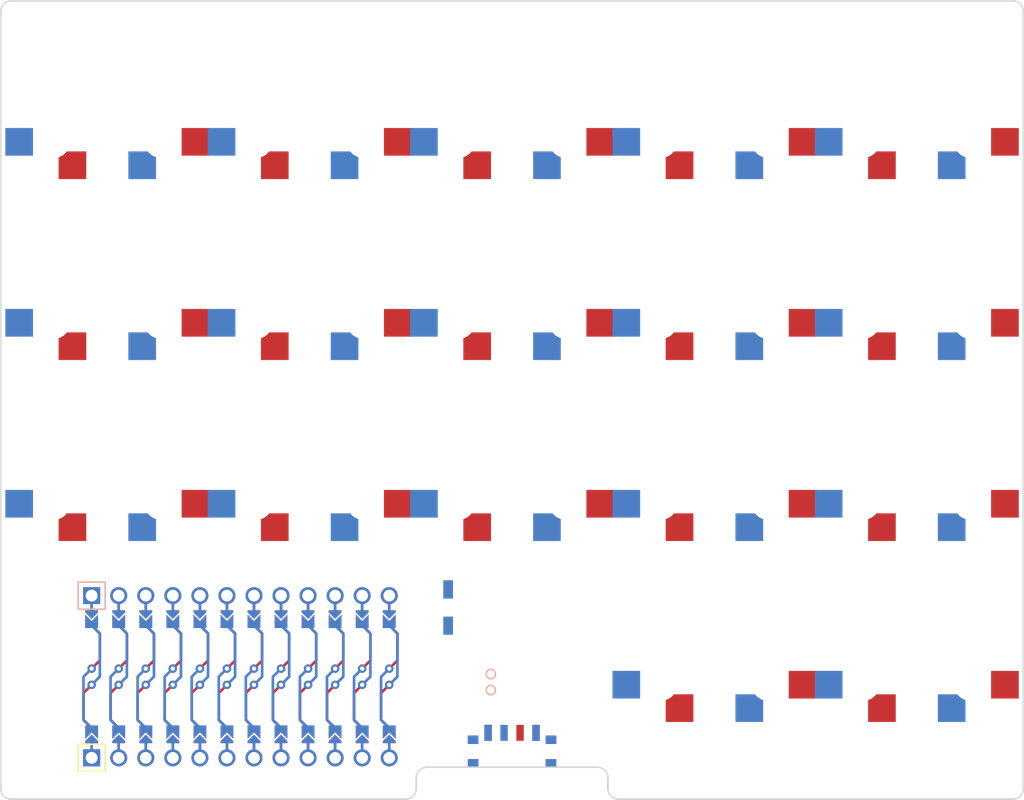
<source format=kicad_pcb>

            
(kicad_pcb (version 20171130) (host pcbnew 5.1.6)

  (page A3)
  (title_block
    (title buckygrid)
    (rev v1.0.0)
    (company Unknown)
  )

  (general
    (thickness 1.6)
  )

  (layers
    (0 F.Cu signal)
    (31 B.Cu signal)
    (32 B.Adhes user)
    (33 F.Adhes user)
    (34 B.Paste user)
    (35 F.Paste user)
    (36 B.SilkS user)
    (37 F.SilkS user)
    (38 B.Mask user)
    (39 F.Mask user)
    (40 Dwgs.User user)
    (41 Cmts.User user)
    (42 Eco1.User user)
    (43 Eco2.User user)
    (44 Edge.Cuts user)
    (45 Margin user)
    (46 B.CrtYd user)
    (47 F.CrtYd user)
    (48 B.Fab user)
    (49 F.Fab user)
  )

  (setup
    (last_trace_width 0.25)
    (trace_clearance 0.2)
    (zone_clearance 0.508)
    (zone_45_only no)
    (trace_min 0.2)
    (via_size 0.8)
    (via_drill 0.4)
    (via_min_size 0.4)
    (via_min_drill 0.3)
    (uvia_size 0.3)
    (uvia_drill 0.1)
    (uvias_allowed no)
    (uvia_min_size 0.2)
    (uvia_min_drill 0.1)
    (edge_width 0.05)
    (segment_width 0.2)
    (pcb_text_width 0.3)
    (pcb_text_size 1.5 1.5)
    (mod_edge_width 0.12)
    (mod_text_size 1 1)
    (mod_text_width 0.15)
    (pad_size 1.524 1.524)
    (pad_drill 0.762)
    (pad_to_mask_clearance 0.05)
    (aux_axis_origin 0 0)
    (visible_elements FFFFFF7F)
    (pcbplotparams
      (layerselection 0x010fc_ffffffff)
      (usegerberextensions false)
      (usegerberattributes true)
      (usegerberadvancedattributes true)
      (creategerberjobfile true)
      (excludeedgelayer true)
      (linewidth 0.100000)
      (plotframeref false)
      (viasonmask false)
      (mode 1)
      (useauxorigin false)
      (hpglpennumber 1)
      (hpglpenspeed 20)
      (hpglpendiameter 15.000000)
      (psnegative false)
      (psa4output false)
      (plotreference true)
      (plotvalue true)
      (plotinvisibletext false)
      (padsonsilk false)
      (subtractmaskfromsilk false)
      (outputformat 1)
      (mirror false)
      (drillshape 1)
      (scaleselection 1)
      (outputdirectory ""))
  )

            (net 0 "")
(net 1 "grid_pinky_bottom")
(net 2 "GND")
(net 3 "grid_pinky_home")
(net 4 "grid_pinky_top")
(net 5 "grid_ring_bottom")
(net 6 "grid_ring_home")
(net 7 "grid_ring_top")
(net 8 "grid_middle_bottom")
(net 9 "grid_middle_home")
(net 10 "grid_middle_top")
(net 11 "grid_index_thumb")
(net 12 "grid_index_bottom")
(net 13 "grid_index_home")
(net 14 "grid_index_top")
(net 15 "grid_inner_thumb")
(net 16 "grid_inner_bottom")
(net 17 "grid_inner_home")
(net 18 "grid_inner_top")
(net 19 "RAW")
(net 20 "RST")
(net 21 "VCC")
(net 22 "P14")
(net 23 "pos")
            
  (net_class Default "This is the default net class."
    (clearance 0.2)
    (trace_width 0.25)
    (via_dia 0.8)
    (via_drill 0.4)
    (uvia_dia 0.3)
    (uvia_drill 0.1)
    (add_net "")
(add_net "grid_pinky_bottom")
(add_net "GND")
(add_net "grid_pinky_home")
(add_net "grid_pinky_top")
(add_net "grid_ring_bottom")
(add_net "grid_ring_home")
(add_net "grid_ring_top")
(add_net "grid_middle_bottom")
(add_net "grid_middle_home")
(add_net "grid_middle_top")
(add_net "grid_index_thumb")
(add_net "grid_index_bottom")
(add_net "grid_index_home")
(add_net "grid_index_top")
(add_net "grid_inner_thumb")
(add_net "grid_inner_bottom")
(add_net "grid_inner_home")
(add_net "grid_inner_top")
(add_net "RAW")
(add_net "RST")
(add_net "VCC")
(add_net "P14")
(add_net "pos")
  )

            
        
      (module PG1350 (layer F.Cu) (tedit 5DD50112)
      (at 0 -17 180)

      
      (fp_text reference "S1" (at 0 0) (layer F.SilkS) hide (effects (font (size 1.27 1.27) (thickness 0.15))))
      (fp_text value "" (at 0 0) (layer F.SilkS) hide (effects (font (size 1.27 1.27) (thickness 0.15))))

      
      (fp_line (start -7 -6) (end -7 -7) (layer Dwgs.User) (width 0.15))
      (fp_line (start -7 7) (end -6 7) (layer Dwgs.User) (width 0.15))
      (fp_line (start -6 -7) (end -7 -7) (layer Dwgs.User) (width 0.15))
      (fp_line (start -7 7) (end -7 6) (layer Dwgs.User) (width 0.15))
      (fp_line (start 7 6) (end 7 7) (layer Dwgs.User) (width 0.15))
      (fp_line (start 7 -7) (end 6 -7) (layer Dwgs.User) (width 0.15))
      (fp_line (start 6 7) (end 7 7) (layer Dwgs.User) (width 0.15))
      (fp_line (start 7 -7) (end 7 -6) (layer Dwgs.User) (width 0.15))      
      
      
      (pad "" np_thru_hole circle (at 0 0) (size 3.429 3.429) (drill 3.429) (layers *.Cu *.Mask))
        
      
      (pad "" np_thru_hole circle (at 5.5 0) (size 1.7018 1.7018) (drill 1.7018) (layers *.Cu *.Mask))
      (pad "" np_thru_hole circle (at -5.5 0) (size 1.7018 1.7018) (drill 1.7018) (layers *.Cu *.Mask))
      
        
        
          
          (pad "" np_thru_hole circle (at 5 -3.75) (size 3 3) (drill 3) (layers *.Cu *.Mask))
          (pad "" np_thru_hole circle (at 0 -5.95) (size 3 3) (drill 3) (layers *.Cu *.Mask))
      
          
          (pad 1 smd rect (at -3.275 -5.95 180) (size 2.6 2.6) (layers B.Cu B.Paste B.Mask)  (net 1 "grid_pinky_bottom"))
          (pad 2 smd rect (at 8.275 -3.75 180) (size 2.6 2.6) (layers B.Cu B.Paste B.Mask)  (net 2 "GND"))
        
        
          
          (pad "" np_thru_hole circle (at -5 -3.75) (size 3 3) (drill 3) (layers *.Cu *.Mask))
          (pad "" np_thru_hole circle (at 0 -5.95) (size 3 3) (drill 3) (layers *.Cu *.Mask))
      
          
          (pad 1 smd rect (at 3.275 -5.95 180) (size 2.6 2.6) (layers F.Cu F.Paste F.Mask)  (net 1 "grid_pinky_bottom"))
          (pad 2 smd rect (at -8.275 -3.75 180) (size 2.6 2.6) (layers F.Cu F.Paste F.Mask)  (net 2 "GND"))
        )
        

        
      (module PG1350 (layer F.Cu) (tedit 5DD50112)
      (at 0 -34 180)

      
      (fp_text reference "S2" (at 0 0) (layer F.SilkS) hide (effects (font (size 1.27 1.27) (thickness 0.15))))
      (fp_text value "" (at 0 0) (layer F.SilkS) hide (effects (font (size 1.27 1.27) (thickness 0.15))))

      
      (fp_line (start -7 -6) (end -7 -7) (layer Dwgs.User) (width 0.15))
      (fp_line (start -7 7) (end -6 7) (layer Dwgs.User) (width 0.15))
      (fp_line (start -6 -7) (end -7 -7) (layer Dwgs.User) (width 0.15))
      (fp_line (start -7 7) (end -7 6) (layer Dwgs.User) (width 0.15))
      (fp_line (start 7 6) (end 7 7) (layer Dwgs.User) (width 0.15))
      (fp_line (start 7 -7) (end 6 -7) (layer Dwgs.User) (width 0.15))
      (fp_line (start 6 7) (end 7 7) (layer Dwgs.User) (width 0.15))
      (fp_line (start 7 -7) (end 7 -6) (layer Dwgs.User) (width 0.15))      
      
      
      (pad "" np_thru_hole circle (at 0 0) (size 3.429 3.429) (drill 3.429) (layers *.Cu *.Mask))
        
      
      (pad "" np_thru_hole circle (at 5.5 0) (size 1.7018 1.7018) (drill 1.7018) (layers *.Cu *.Mask))
      (pad "" np_thru_hole circle (at -5.5 0) (size 1.7018 1.7018) (drill 1.7018) (layers *.Cu *.Mask))
      
        
        
          
          (pad "" np_thru_hole circle (at 5 -3.75) (size 3 3) (drill 3) (layers *.Cu *.Mask))
          (pad "" np_thru_hole circle (at 0 -5.95) (size 3 3) (drill 3) (layers *.Cu *.Mask))
      
          
          (pad 1 smd rect (at -3.275 -5.95 180) (size 2.6 2.6) (layers B.Cu B.Paste B.Mask)  (net 3 "grid_pinky_home"))
          (pad 2 smd rect (at 8.275 -3.75 180) (size 2.6 2.6) (layers B.Cu B.Paste B.Mask)  (net 2 "GND"))
        
        
          
          (pad "" np_thru_hole circle (at -5 -3.75) (size 3 3) (drill 3) (layers *.Cu *.Mask))
          (pad "" np_thru_hole circle (at 0 -5.95) (size 3 3) (drill 3) (layers *.Cu *.Mask))
      
          
          (pad 1 smd rect (at 3.275 -5.95 180) (size 2.6 2.6) (layers F.Cu F.Paste F.Mask)  (net 3 "grid_pinky_home"))
          (pad 2 smd rect (at -8.275 -3.75 180) (size 2.6 2.6) (layers F.Cu F.Paste F.Mask)  (net 2 "GND"))
        )
        

        
      (module PG1350 (layer F.Cu) (tedit 5DD50112)
      (at 0 -51 180)

      
      (fp_text reference "S3" (at 0 0) (layer F.SilkS) hide (effects (font (size 1.27 1.27) (thickness 0.15))))
      (fp_text value "" (at 0 0) (layer F.SilkS) hide (effects (font (size 1.27 1.27) (thickness 0.15))))

      
      (fp_line (start -7 -6) (end -7 -7) (layer Dwgs.User) (width 0.15))
      (fp_line (start -7 7) (end -6 7) (layer Dwgs.User) (width 0.15))
      (fp_line (start -6 -7) (end -7 -7) (layer Dwgs.User) (width 0.15))
      (fp_line (start -7 7) (end -7 6) (layer Dwgs.User) (width 0.15))
      (fp_line (start 7 6) (end 7 7) (layer Dwgs.User) (width 0.15))
      (fp_line (start 7 -7) (end 6 -7) (layer Dwgs.User) (width 0.15))
      (fp_line (start 6 7) (end 7 7) (layer Dwgs.User) (width 0.15))
      (fp_line (start 7 -7) (end 7 -6) (layer Dwgs.User) (width 0.15))      
      
      
      (pad "" np_thru_hole circle (at 0 0) (size 3.429 3.429) (drill 3.429) (layers *.Cu *.Mask))
        
      
      (pad "" np_thru_hole circle (at 5.5 0) (size 1.7018 1.7018) (drill 1.7018) (layers *.Cu *.Mask))
      (pad "" np_thru_hole circle (at -5.5 0) (size 1.7018 1.7018) (drill 1.7018) (layers *.Cu *.Mask))
      
        
        
          
          (pad "" np_thru_hole circle (at 5 -3.75) (size 3 3) (drill 3) (layers *.Cu *.Mask))
          (pad "" np_thru_hole circle (at 0 -5.95) (size 3 3) (drill 3) (layers *.Cu *.Mask))
      
          
          (pad 1 smd rect (at -3.275 -5.95 180) (size 2.6 2.6) (layers B.Cu B.Paste B.Mask)  (net 4 "grid_pinky_top"))
          (pad 2 smd rect (at 8.275 -3.75 180) (size 2.6 2.6) (layers B.Cu B.Paste B.Mask)  (net 2 "GND"))
        
        
          
          (pad "" np_thru_hole circle (at -5 -3.75) (size 3 3) (drill 3) (layers *.Cu *.Mask))
          (pad "" np_thru_hole circle (at 0 -5.95) (size 3 3) (drill 3) (layers *.Cu *.Mask))
      
          
          (pad 1 smd rect (at 3.275 -5.95 180) (size 2.6 2.6) (layers F.Cu F.Paste F.Mask)  (net 4 "grid_pinky_top"))
          (pad 2 smd rect (at -8.275 -3.75 180) (size 2.6 2.6) (layers F.Cu F.Paste F.Mask)  (net 2 "GND"))
        )
        

        
      (module PG1350 (layer F.Cu) (tedit 5DD50112)
      (at 19 -17 180)

      
      (fp_text reference "S4" (at 0 0) (layer F.SilkS) hide (effects (font (size 1.27 1.27) (thickness 0.15))))
      (fp_text value "" (at 0 0) (layer F.SilkS) hide (effects (font (size 1.27 1.27) (thickness 0.15))))

      
      (fp_line (start -7 -6) (end -7 -7) (layer Dwgs.User) (width 0.15))
      (fp_line (start -7 7) (end -6 7) (layer Dwgs.User) (width 0.15))
      (fp_line (start -6 -7) (end -7 -7) (layer Dwgs.User) (width 0.15))
      (fp_line (start -7 7) (end -7 6) (layer Dwgs.User) (width 0.15))
      (fp_line (start 7 6) (end 7 7) (layer Dwgs.User) (width 0.15))
      (fp_line (start 7 -7) (end 6 -7) (layer Dwgs.User) (width 0.15))
      (fp_line (start 6 7) (end 7 7) (layer Dwgs.User) (width 0.15))
      (fp_line (start 7 -7) (end 7 -6) (layer Dwgs.User) (width 0.15))      
      
      
      (pad "" np_thru_hole circle (at 0 0) (size 3.429 3.429) (drill 3.429) (layers *.Cu *.Mask))
        
      
      (pad "" np_thru_hole circle (at 5.5 0) (size 1.7018 1.7018) (drill 1.7018) (layers *.Cu *.Mask))
      (pad "" np_thru_hole circle (at -5.5 0) (size 1.7018 1.7018) (drill 1.7018) (layers *.Cu *.Mask))
      
        
        
          
          (pad "" np_thru_hole circle (at 5 -3.75) (size 3 3) (drill 3) (layers *.Cu *.Mask))
          (pad "" np_thru_hole circle (at 0 -5.95) (size 3 3) (drill 3) (layers *.Cu *.Mask))
      
          
          (pad 1 smd rect (at -3.275 -5.95 180) (size 2.6 2.6) (layers B.Cu B.Paste B.Mask)  (net 5 "grid_ring_bottom"))
          (pad 2 smd rect (at 8.275 -3.75 180) (size 2.6 2.6) (layers B.Cu B.Paste B.Mask)  (net 2 "GND"))
        
        
          
          (pad "" np_thru_hole circle (at -5 -3.75) (size 3 3) (drill 3) (layers *.Cu *.Mask))
          (pad "" np_thru_hole circle (at 0 -5.95) (size 3 3) (drill 3) (layers *.Cu *.Mask))
      
          
          (pad 1 smd rect (at 3.275 -5.95 180) (size 2.6 2.6) (layers F.Cu F.Paste F.Mask)  (net 5 "grid_ring_bottom"))
          (pad 2 smd rect (at -8.275 -3.75 180) (size 2.6 2.6) (layers F.Cu F.Paste F.Mask)  (net 2 "GND"))
        )
        

        
      (module PG1350 (layer F.Cu) (tedit 5DD50112)
      (at 19 -34 180)

      
      (fp_text reference "S5" (at 0 0) (layer F.SilkS) hide (effects (font (size 1.27 1.27) (thickness 0.15))))
      (fp_text value "" (at 0 0) (layer F.SilkS) hide (effects (font (size 1.27 1.27) (thickness 0.15))))

      
      (fp_line (start -7 -6) (end -7 -7) (layer Dwgs.User) (width 0.15))
      (fp_line (start -7 7) (end -6 7) (layer Dwgs.User) (width 0.15))
      (fp_line (start -6 -7) (end -7 -7) (layer Dwgs.User) (width 0.15))
      (fp_line (start -7 7) (end -7 6) (layer Dwgs.User) (width 0.15))
      (fp_line (start 7 6) (end 7 7) (layer Dwgs.User) (width 0.15))
      (fp_line (start 7 -7) (end 6 -7) (layer Dwgs.User) (width 0.15))
      (fp_line (start 6 7) (end 7 7) (layer Dwgs.User) (width 0.15))
      (fp_line (start 7 -7) (end 7 -6) (layer Dwgs.User) (width 0.15))      
      
      
      (pad "" np_thru_hole circle (at 0 0) (size 3.429 3.429) (drill 3.429) (layers *.Cu *.Mask))
        
      
      (pad "" np_thru_hole circle (at 5.5 0) (size 1.7018 1.7018) (drill 1.7018) (layers *.Cu *.Mask))
      (pad "" np_thru_hole circle (at -5.5 0) (size 1.7018 1.7018) (drill 1.7018) (layers *.Cu *.Mask))
      
        
        
          
          (pad "" np_thru_hole circle (at 5 -3.75) (size 3 3) (drill 3) (layers *.Cu *.Mask))
          (pad "" np_thru_hole circle (at 0 -5.95) (size 3 3) (drill 3) (layers *.Cu *.Mask))
      
          
          (pad 1 smd rect (at -3.275 -5.95 180) (size 2.6 2.6) (layers B.Cu B.Paste B.Mask)  (net 6 "grid_ring_home"))
          (pad 2 smd rect (at 8.275 -3.75 180) (size 2.6 2.6) (layers B.Cu B.Paste B.Mask)  (net 2 "GND"))
        
        
          
          (pad "" np_thru_hole circle (at -5 -3.75) (size 3 3) (drill 3) (layers *.Cu *.Mask))
          (pad "" np_thru_hole circle (at 0 -5.95) (size 3 3) (drill 3) (layers *.Cu *.Mask))
      
          
          (pad 1 smd rect (at 3.275 -5.95 180) (size 2.6 2.6) (layers F.Cu F.Paste F.Mask)  (net 6 "grid_ring_home"))
          (pad 2 smd rect (at -8.275 -3.75 180) (size 2.6 2.6) (layers F.Cu F.Paste F.Mask)  (net 2 "GND"))
        )
        

        
      (module PG1350 (layer F.Cu) (tedit 5DD50112)
      (at 19 -51 180)

      
      (fp_text reference "S6" (at 0 0) (layer F.SilkS) hide (effects (font (size 1.27 1.27) (thickness 0.15))))
      (fp_text value "" (at 0 0) (layer F.SilkS) hide (effects (font (size 1.27 1.27) (thickness 0.15))))

      
      (fp_line (start -7 -6) (end -7 -7) (layer Dwgs.User) (width 0.15))
      (fp_line (start -7 7) (end -6 7) (layer Dwgs.User) (width 0.15))
      (fp_line (start -6 -7) (end -7 -7) (layer Dwgs.User) (width 0.15))
      (fp_line (start -7 7) (end -7 6) (layer Dwgs.User) (width 0.15))
      (fp_line (start 7 6) (end 7 7) (layer Dwgs.User) (width 0.15))
      (fp_line (start 7 -7) (end 6 -7) (layer Dwgs.User) (width 0.15))
      (fp_line (start 6 7) (end 7 7) (layer Dwgs.User) (width 0.15))
      (fp_line (start 7 -7) (end 7 -6) (layer Dwgs.User) (width 0.15))      
      
      
      (pad "" np_thru_hole circle (at 0 0) (size 3.429 3.429) (drill 3.429) (layers *.Cu *.Mask))
        
      
      (pad "" np_thru_hole circle (at 5.5 0) (size 1.7018 1.7018) (drill 1.7018) (layers *.Cu *.Mask))
      (pad "" np_thru_hole circle (at -5.5 0) (size 1.7018 1.7018) (drill 1.7018) (layers *.Cu *.Mask))
      
        
        
          
          (pad "" np_thru_hole circle (at 5 -3.75) (size 3 3) (drill 3) (layers *.Cu *.Mask))
          (pad "" np_thru_hole circle (at 0 -5.95) (size 3 3) (drill 3) (layers *.Cu *.Mask))
      
          
          (pad 1 smd rect (at -3.275 -5.95 180) (size 2.6 2.6) (layers B.Cu B.Paste B.Mask)  (net 7 "grid_ring_top"))
          (pad 2 smd rect (at 8.275 -3.75 180) (size 2.6 2.6) (layers B.Cu B.Paste B.Mask)  (net 2 "GND"))
        
        
          
          (pad "" np_thru_hole circle (at -5 -3.75) (size 3 3) (drill 3) (layers *.Cu *.Mask))
          (pad "" np_thru_hole circle (at 0 -5.95) (size 3 3) (drill 3) (layers *.Cu *.Mask))
      
          
          (pad 1 smd rect (at 3.275 -5.95 180) (size 2.6 2.6) (layers F.Cu F.Paste F.Mask)  (net 7 "grid_ring_top"))
          (pad 2 smd rect (at -8.275 -3.75 180) (size 2.6 2.6) (layers F.Cu F.Paste F.Mask)  (net 2 "GND"))
        )
        

        
      (module PG1350 (layer F.Cu) (tedit 5DD50112)
      (at 38 -17 180)

      
      (fp_text reference "S7" (at 0 0) (layer F.SilkS) hide (effects (font (size 1.27 1.27) (thickness 0.15))))
      (fp_text value "" (at 0 0) (layer F.SilkS) hide (effects (font (size 1.27 1.27) (thickness 0.15))))

      
      (fp_line (start -7 -6) (end -7 -7) (layer Dwgs.User) (width 0.15))
      (fp_line (start -7 7) (end -6 7) (layer Dwgs.User) (width 0.15))
      (fp_line (start -6 -7) (end -7 -7) (layer Dwgs.User) (width 0.15))
      (fp_line (start -7 7) (end -7 6) (layer Dwgs.User) (width 0.15))
      (fp_line (start 7 6) (end 7 7) (layer Dwgs.User) (width 0.15))
      (fp_line (start 7 -7) (end 6 -7) (layer Dwgs.User) (width 0.15))
      (fp_line (start 6 7) (end 7 7) (layer Dwgs.User) (width 0.15))
      (fp_line (start 7 -7) (end 7 -6) (layer Dwgs.User) (width 0.15))      
      
      
      (pad "" np_thru_hole circle (at 0 0) (size 3.429 3.429) (drill 3.429) (layers *.Cu *.Mask))
        
      
      (pad "" np_thru_hole circle (at 5.5 0) (size 1.7018 1.7018) (drill 1.7018) (layers *.Cu *.Mask))
      (pad "" np_thru_hole circle (at -5.5 0) (size 1.7018 1.7018) (drill 1.7018) (layers *.Cu *.Mask))
      
        
        
          
          (pad "" np_thru_hole circle (at 5 -3.75) (size 3 3) (drill 3) (layers *.Cu *.Mask))
          (pad "" np_thru_hole circle (at 0 -5.95) (size 3 3) (drill 3) (layers *.Cu *.Mask))
      
          
          (pad 1 smd rect (at -3.275 -5.95 180) (size 2.6 2.6) (layers B.Cu B.Paste B.Mask)  (net 8 "grid_middle_bottom"))
          (pad 2 smd rect (at 8.275 -3.75 180) (size 2.6 2.6) (layers B.Cu B.Paste B.Mask)  (net 2 "GND"))
        
        
          
          (pad "" np_thru_hole circle (at -5 -3.75) (size 3 3) (drill 3) (layers *.Cu *.Mask))
          (pad "" np_thru_hole circle (at 0 -5.95) (size 3 3) (drill 3) (layers *.Cu *.Mask))
      
          
          (pad 1 smd rect (at 3.275 -5.95 180) (size 2.6 2.6) (layers F.Cu F.Paste F.Mask)  (net 8 "grid_middle_bottom"))
          (pad 2 smd rect (at -8.275 -3.75 180) (size 2.6 2.6) (layers F.Cu F.Paste F.Mask)  (net 2 "GND"))
        )
        

        
      (module PG1350 (layer F.Cu) (tedit 5DD50112)
      (at 38 -34 180)

      
      (fp_text reference "S8" (at 0 0) (layer F.SilkS) hide (effects (font (size 1.27 1.27) (thickness 0.15))))
      (fp_text value "" (at 0 0) (layer F.SilkS) hide (effects (font (size 1.27 1.27) (thickness 0.15))))

      
      (fp_line (start -7 -6) (end -7 -7) (layer Dwgs.User) (width 0.15))
      (fp_line (start -7 7) (end -6 7) (layer Dwgs.User) (width 0.15))
      (fp_line (start -6 -7) (end -7 -7) (layer Dwgs.User) (width 0.15))
      (fp_line (start -7 7) (end -7 6) (layer Dwgs.User) (width 0.15))
      (fp_line (start 7 6) (end 7 7) (layer Dwgs.User) (width 0.15))
      (fp_line (start 7 -7) (end 6 -7) (layer Dwgs.User) (width 0.15))
      (fp_line (start 6 7) (end 7 7) (layer Dwgs.User) (width 0.15))
      (fp_line (start 7 -7) (end 7 -6) (layer Dwgs.User) (width 0.15))      
      
      
      (pad "" np_thru_hole circle (at 0 0) (size 3.429 3.429) (drill 3.429) (layers *.Cu *.Mask))
        
      
      (pad "" np_thru_hole circle (at 5.5 0) (size 1.7018 1.7018) (drill 1.7018) (layers *.Cu *.Mask))
      (pad "" np_thru_hole circle (at -5.5 0) (size 1.7018 1.7018) (drill 1.7018) (layers *.Cu *.Mask))
      
        
        
          
          (pad "" np_thru_hole circle (at 5 -3.75) (size 3 3) (drill 3) (layers *.Cu *.Mask))
          (pad "" np_thru_hole circle (at 0 -5.95) (size 3 3) (drill 3) (layers *.Cu *.Mask))
      
          
          (pad 1 smd rect (at -3.275 -5.95 180) (size 2.6 2.6) (layers B.Cu B.Paste B.Mask)  (net 9 "grid_middle_home"))
          (pad 2 smd rect (at 8.275 -3.75 180) (size 2.6 2.6) (layers B.Cu B.Paste B.Mask)  (net 2 "GND"))
        
        
          
          (pad "" np_thru_hole circle (at -5 -3.75) (size 3 3) (drill 3) (layers *.Cu *.Mask))
          (pad "" np_thru_hole circle (at 0 -5.95) (size 3 3) (drill 3) (layers *.Cu *.Mask))
      
          
          (pad 1 smd rect (at 3.275 -5.95 180) (size 2.6 2.6) (layers F.Cu F.Paste F.Mask)  (net 9 "grid_middle_home"))
          (pad 2 smd rect (at -8.275 -3.75 180) (size 2.6 2.6) (layers F.Cu F.Paste F.Mask)  (net 2 "GND"))
        )
        

        
      (module PG1350 (layer F.Cu) (tedit 5DD50112)
      (at 38 -51 180)

      
      (fp_text reference "S9" (at 0 0) (layer F.SilkS) hide (effects (font (size 1.27 1.27) (thickness 0.15))))
      (fp_text value "" (at 0 0) (layer F.SilkS) hide (effects (font (size 1.27 1.27) (thickness 0.15))))

      
      (fp_line (start -7 -6) (end -7 -7) (layer Dwgs.User) (width 0.15))
      (fp_line (start -7 7) (end -6 7) (layer Dwgs.User) (width 0.15))
      (fp_line (start -6 -7) (end -7 -7) (layer Dwgs.User) (width 0.15))
      (fp_line (start -7 7) (end -7 6) (layer Dwgs.User) (width 0.15))
      (fp_line (start 7 6) (end 7 7) (layer Dwgs.User) (width 0.15))
      (fp_line (start 7 -7) (end 6 -7) (layer Dwgs.User) (width 0.15))
      (fp_line (start 6 7) (end 7 7) (layer Dwgs.User) (width 0.15))
      (fp_line (start 7 -7) (end 7 -6) (layer Dwgs.User) (width 0.15))      
      
      
      (pad "" np_thru_hole circle (at 0 0) (size 3.429 3.429) (drill 3.429) (layers *.Cu *.Mask))
        
      
      (pad "" np_thru_hole circle (at 5.5 0) (size 1.7018 1.7018) (drill 1.7018) (layers *.Cu *.Mask))
      (pad "" np_thru_hole circle (at -5.5 0) (size 1.7018 1.7018) (drill 1.7018) (layers *.Cu *.Mask))
      
        
        
          
          (pad "" np_thru_hole circle (at 5 -3.75) (size 3 3) (drill 3) (layers *.Cu *.Mask))
          (pad "" np_thru_hole circle (at 0 -5.95) (size 3 3) (drill 3) (layers *.Cu *.Mask))
      
          
          (pad 1 smd rect (at -3.275 -5.95 180) (size 2.6 2.6) (layers B.Cu B.Paste B.Mask)  (net 10 "grid_middle_top"))
          (pad 2 smd rect (at 8.275 -3.75 180) (size 2.6 2.6) (layers B.Cu B.Paste B.Mask)  (net 2 "GND"))
        
        
          
          (pad "" np_thru_hole circle (at -5 -3.75) (size 3 3) (drill 3) (layers *.Cu *.Mask))
          (pad "" np_thru_hole circle (at 0 -5.95) (size 3 3) (drill 3) (layers *.Cu *.Mask))
      
          
          (pad 1 smd rect (at 3.275 -5.95 180) (size 2.6 2.6) (layers F.Cu F.Paste F.Mask)  (net 10 "grid_middle_top"))
          (pad 2 smd rect (at -8.275 -3.75 180) (size 2.6 2.6) (layers F.Cu F.Paste F.Mask)  (net 2 "GND"))
        )
        

        
      (module PG1350 (layer F.Cu) (tedit 5DD50112)
      (at 57 0 180)

      
      (fp_text reference "S10" (at 0 0) (layer F.SilkS) hide (effects (font (size 1.27 1.27) (thickness 0.15))))
      (fp_text value "" (at 0 0) (layer F.SilkS) hide (effects (font (size 1.27 1.27) (thickness 0.15))))

      
      (fp_line (start -7 -6) (end -7 -7) (layer Dwgs.User) (width 0.15))
      (fp_line (start -7 7) (end -6 7) (layer Dwgs.User) (width 0.15))
      (fp_line (start -6 -7) (end -7 -7) (layer Dwgs.User) (width 0.15))
      (fp_line (start -7 7) (end -7 6) (layer Dwgs.User) (width 0.15))
      (fp_line (start 7 6) (end 7 7) (layer Dwgs.User) (width 0.15))
      (fp_line (start 7 -7) (end 6 -7) (layer Dwgs.User) (width 0.15))
      (fp_line (start 6 7) (end 7 7) (layer Dwgs.User) (width 0.15))
      (fp_line (start 7 -7) (end 7 -6) (layer Dwgs.User) (width 0.15))      
      
      
      (pad "" np_thru_hole circle (at 0 0) (size 3.429 3.429) (drill 3.429) (layers *.Cu *.Mask))
        
      
      (pad "" np_thru_hole circle (at 5.5 0) (size 1.7018 1.7018) (drill 1.7018) (layers *.Cu *.Mask))
      (pad "" np_thru_hole circle (at -5.5 0) (size 1.7018 1.7018) (drill 1.7018) (layers *.Cu *.Mask))
      
        
        
          
          (pad "" np_thru_hole circle (at 5 -3.75) (size 3 3) (drill 3) (layers *.Cu *.Mask))
          (pad "" np_thru_hole circle (at 0 -5.95) (size 3 3) (drill 3) (layers *.Cu *.Mask))
      
          
          (pad 1 smd rect (at -3.275 -5.95 180) (size 2.6 2.6) (layers B.Cu B.Paste B.Mask)  (net 11 "grid_index_thumb"))
          (pad 2 smd rect (at 8.275 -3.75 180) (size 2.6 2.6) (layers B.Cu B.Paste B.Mask)  (net 2 "GND"))
        
        
          
          (pad "" np_thru_hole circle (at -5 -3.75) (size 3 3) (drill 3) (layers *.Cu *.Mask))
          (pad "" np_thru_hole circle (at 0 -5.95) (size 3 3) (drill 3) (layers *.Cu *.Mask))
      
          
          (pad 1 smd rect (at 3.275 -5.95 180) (size 2.6 2.6) (layers F.Cu F.Paste F.Mask)  (net 11 "grid_index_thumb"))
          (pad 2 smd rect (at -8.275 -3.75 180) (size 2.6 2.6) (layers F.Cu F.Paste F.Mask)  (net 2 "GND"))
        )
        

        
      (module PG1350 (layer F.Cu) (tedit 5DD50112)
      (at 57 -17 180)

      
      (fp_text reference "S11" (at 0 0) (layer F.SilkS) hide (effects (font (size 1.27 1.27) (thickness 0.15))))
      (fp_text value "" (at 0 0) (layer F.SilkS) hide (effects (font (size 1.27 1.27) (thickness 0.15))))

      
      (fp_line (start -7 -6) (end -7 -7) (layer Dwgs.User) (width 0.15))
      (fp_line (start -7 7) (end -6 7) (layer Dwgs.User) (width 0.15))
      (fp_line (start -6 -7) (end -7 -7) (layer Dwgs.User) (width 0.15))
      (fp_line (start -7 7) (end -7 6) (layer Dwgs.User) (width 0.15))
      (fp_line (start 7 6) (end 7 7) (layer Dwgs.User) (width 0.15))
      (fp_line (start 7 -7) (end 6 -7) (layer Dwgs.User) (width 0.15))
      (fp_line (start 6 7) (end 7 7) (layer Dwgs.User) (width 0.15))
      (fp_line (start 7 -7) (end 7 -6) (layer Dwgs.User) (width 0.15))      
      
      
      (pad "" np_thru_hole circle (at 0 0) (size 3.429 3.429) (drill 3.429) (layers *.Cu *.Mask))
        
      
      (pad "" np_thru_hole circle (at 5.5 0) (size 1.7018 1.7018) (drill 1.7018) (layers *.Cu *.Mask))
      (pad "" np_thru_hole circle (at -5.5 0) (size 1.7018 1.7018) (drill 1.7018) (layers *.Cu *.Mask))
      
        
        
          
          (pad "" np_thru_hole circle (at 5 -3.75) (size 3 3) (drill 3) (layers *.Cu *.Mask))
          (pad "" np_thru_hole circle (at 0 -5.95) (size 3 3) (drill 3) (layers *.Cu *.Mask))
      
          
          (pad 1 smd rect (at -3.275 -5.95 180) (size 2.6 2.6) (layers B.Cu B.Paste B.Mask)  (net 12 "grid_index_bottom"))
          (pad 2 smd rect (at 8.275 -3.75 180) (size 2.6 2.6) (layers B.Cu B.Paste B.Mask)  (net 2 "GND"))
        
        
          
          (pad "" np_thru_hole circle (at -5 -3.75) (size 3 3) (drill 3) (layers *.Cu *.Mask))
          (pad "" np_thru_hole circle (at 0 -5.95) (size 3 3) (drill 3) (layers *.Cu *.Mask))
      
          
          (pad 1 smd rect (at 3.275 -5.95 180) (size 2.6 2.6) (layers F.Cu F.Paste F.Mask)  (net 12 "grid_index_bottom"))
          (pad 2 smd rect (at -8.275 -3.75 180) (size 2.6 2.6) (layers F.Cu F.Paste F.Mask)  (net 2 "GND"))
        )
        

        
      (module PG1350 (layer F.Cu) (tedit 5DD50112)
      (at 57 -34 180)

      
      (fp_text reference "S12" (at 0 0) (layer F.SilkS) hide (effects (font (size 1.27 1.27) (thickness 0.15))))
      (fp_text value "" (at 0 0) (layer F.SilkS) hide (effects (font (size 1.27 1.27) (thickness 0.15))))

      
      (fp_line (start -7 -6) (end -7 -7) (layer Dwgs.User) (width 0.15))
      (fp_line (start -7 7) (end -6 7) (layer Dwgs.User) (width 0.15))
      (fp_line (start -6 -7) (end -7 -7) (layer Dwgs.User) (width 0.15))
      (fp_line (start -7 7) (end -7 6) (layer Dwgs.User) (width 0.15))
      (fp_line (start 7 6) (end 7 7) (layer Dwgs.User) (width 0.15))
      (fp_line (start 7 -7) (end 6 -7) (layer Dwgs.User) (width 0.15))
      (fp_line (start 6 7) (end 7 7) (layer Dwgs.User) (width 0.15))
      (fp_line (start 7 -7) (end 7 -6) (layer Dwgs.User) (width 0.15))      
      
      
      (pad "" np_thru_hole circle (at 0 0) (size 3.429 3.429) (drill 3.429) (layers *.Cu *.Mask))
        
      
      (pad "" np_thru_hole circle (at 5.5 0) (size 1.7018 1.7018) (drill 1.7018) (layers *.Cu *.Mask))
      (pad "" np_thru_hole circle (at -5.5 0) (size 1.7018 1.7018) (drill 1.7018) (layers *.Cu *.Mask))
      
        
        
          
          (pad "" np_thru_hole circle (at 5 -3.75) (size 3 3) (drill 3) (layers *.Cu *.Mask))
          (pad "" np_thru_hole circle (at 0 -5.95) (size 3 3) (drill 3) (layers *.Cu *.Mask))
      
          
          (pad 1 smd rect (at -3.275 -5.95 180) (size 2.6 2.6) (layers B.Cu B.Paste B.Mask)  (net 13 "grid_index_home"))
          (pad 2 smd rect (at 8.275 -3.75 180) (size 2.6 2.6) (layers B.Cu B.Paste B.Mask)  (net 2 "GND"))
        
        
          
          (pad "" np_thru_hole circle (at -5 -3.75) (size 3 3) (drill 3) (layers *.Cu *.Mask))
          (pad "" np_thru_hole circle (at 0 -5.95) (size 3 3) (drill 3) (layers *.Cu *.Mask))
      
          
          (pad 1 smd rect (at 3.275 -5.95 180) (size 2.6 2.6) (layers F.Cu F.Paste F.Mask)  (net 13 "grid_index_home"))
          (pad 2 smd rect (at -8.275 -3.75 180) (size 2.6 2.6) (layers F.Cu F.Paste F.Mask)  (net 2 "GND"))
        )
        

        
      (module PG1350 (layer F.Cu) (tedit 5DD50112)
      (at 57 -51 180)

      
      (fp_text reference "S13" (at 0 0) (layer F.SilkS) hide (effects (font (size 1.27 1.27) (thickness 0.15))))
      (fp_text value "" (at 0 0) (layer F.SilkS) hide (effects (font (size 1.27 1.27) (thickness 0.15))))

      
      (fp_line (start -7 -6) (end -7 -7) (layer Dwgs.User) (width 0.15))
      (fp_line (start -7 7) (end -6 7) (layer Dwgs.User) (width 0.15))
      (fp_line (start -6 -7) (end -7 -7) (layer Dwgs.User) (width 0.15))
      (fp_line (start -7 7) (end -7 6) (layer Dwgs.User) (width 0.15))
      (fp_line (start 7 6) (end 7 7) (layer Dwgs.User) (width 0.15))
      (fp_line (start 7 -7) (end 6 -7) (layer Dwgs.User) (width 0.15))
      (fp_line (start 6 7) (end 7 7) (layer Dwgs.User) (width 0.15))
      (fp_line (start 7 -7) (end 7 -6) (layer Dwgs.User) (width 0.15))      
      
      
      (pad "" np_thru_hole circle (at 0 0) (size 3.429 3.429) (drill 3.429) (layers *.Cu *.Mask))
        
      
      (pad "" np_thru_hole circle (at 5.5 0) (size 1.7018 1.7018) (drill 1.7018) (layers *.Cu *.Mask))
      (pad "" np_thru_hole circle (at -5.5 0) (size 1.7018 1.7018) (drill 1.7018) (layers *.Cu *.Mask))
      
        
        
          
          (pad "" np_thru_hole circle (at 5 -3.75) (size 3 3) (drill 3) (layers *.Cu *.Mask))
          (pad "" np_thru_hole circle (at 0 -5.95) (size 3 3) (drill 3) (layers *.Cu *.Mask))
      
          
          (pad 1 smd rect (at -3.275 -5.95 180) (size 2.6 2.6) (layers B.Cu B.Paste B.Mask)  (net 14 "grid_index_top"))
          (pad 2 smd rect (at 8.275 -3.75 180) (size 2.6 2.6) (layers B.Cu B.Paste B.Mask)  (net 2 "GND"))
        
        
          
          (pad "" np_thru_hole circle (at -5 -3.75) (size 3 3) (drill 3) (layers *.Cu *.Mask))
          (pad "" np_thru_hole circle (at 0 -5.95) (size 3 3) (drill 3) (layers *.Cu *.Mask))
      
          
          (pad 1 smd rect (at 3.275 -5.95 180) (size 2.6 2.6) (layers F.Cu F.Paste F.Mask)  (net 14 "grid_index_top"))
          (pad 2 smd rect (at -8.275 -3.75 180) (size 2.6 2.6) (layers F.Cu F.Paste F.Mask)  (net 2 "GND"))
        )
        

        
      (module PG1350 (layer F.Cu) (tedit 5DD50112)
      (at 76 0 180)

      
      (fp_text reference "S14" (at 0 0) (layer F.SilkS) hide (effects (font (size 1.27 1.27) (thickness 0.15))))
      (fp_text value "" (at 0 0) (layer F.SilkS) hide (effects (font (size 1.27 1.27) (thickness 0.15))))

      
      (fp_line (start -7 -6) (end -7 -7) (layer Dwgs.User) (width 0.15))
      (fp_line (start -7 7) (end -6 7) (layer Dwgs.User) (width 0.15))
      (fp_line (start -6 -7) (end -7 -7) (layer Dwgs.User) (width 0.15))
      (fp_line (start -7 7) (end -7 6) (layer Dwgs.User) (width 0.15))
      (fp_line (start 7 6) (end 7 7) (layer Dwgs.User) (width 0.15))
      (fp_line (start 7 -7) (end 6 -7) (layer Dwgs.User) (width 0.15))
      (fp_line (start 6 7) (end 7 7) (layer Dwgs.User) (width 0.15))
      (fp_line (start 7 -7) (end 7 -6) (layer Dwgs.User) (width 0.15))      
      
      
      (pad "" np_thru_hole circle (at 0 0) (size 3.429 3.429) (drill 3.429) (layers *.Cu *.Mask))
        
      
      (pad "" np_thru_hole circle (at 5.5 0) (size 1.7018 1.7018) (drill 1.7018) (layers *.Cu *.Mask))
      (pad "" np_thru_hole circle (at -5.5 0) (size 1.7018 1.7018) (drill 1.7018) (layers *.Cu *.Mask))
      
        
        
          
          (pad "" np_thru_hole circle (at 5 -3.75) (size 3 3) (drill 3) (layers *.Cu *.Mask))
          (pad "" np_thru_hole circle (at 0 -5.95) (size 3 3) (drill 3) (layers *.Cu *.Mask))
      
          
          (pad 1 smd rect (at -3.275 -5.95 180) (size 2.6 2.6) (layers B.Cu B.Paste B.Mask)  (net 15 "grid_inner_thumb"))
          (pad 2 smd rect (at 8.275 -3.75 180) (size 2.6 2.6) (layers B.Cu B.Paste B.Mask)  (net 2 "GND"))
        
        
          
          (pad "" np_thru_hole circle (at -5 -3.75) (size 3 3) (drill 3) (layers *.Cu *.Mask))
          (pad "" np_thru_hole circle (at 0 -5.95) (size 3 3) (drill 3) (layers *.Cu *.Mask))
      
          
          (pad 1 smd rect (at 3.275 -5.95 180) (size 2.6 2.6) (layers F.Cu F.Paste F.Mask)  (net 15 "grid_inner_thumb"))
          (pad 2 smd rect (at -8.275 -3.75 180) (size 2.6 2.6) (layers F.Cu F.Paste F.Mask)  (net 2 "GND"))
        )
        

        
      (module PG1350 (layer F.Cu) (tedit 5DD50112)
      (at 76 -17 180)

      
      (fp_text reference "S15" (at 0 0) (layer F.SilkS) hide (effects (font (size 1.27 1.27) (thickness 0.15))))
      (fp_text value "" (at 0 0) (layer F.SilkS) hide (effects (font (size 1.27 1.27) (thickness 0.15))))

      
      (fp_line (start -7 -6) (end -7 -7) (layer Dwgs.User) (width 0.15))
      (fp_line (start -7 7) (end -6 7) (layer Dwgs.User) (width 0.15))
      (fp_line (start -6 -7) (end -7 -7) (layer Dwgs.User) (width 0.15))
      (fp_line (start -7 7) (end -7 6) (layer Dwgs.User) (width 0.15))
      (fp_line (start 7 6) (end 7 7) (layer Dwgs.User) (width 0.15))
      (fp_line (start 7 -7) (end 6 -7) (layer Dwgs.User) (width 0.15))
      (fp_line (start 6 7) (end 7 7) (layer Dwgs.User) (width 0.15))
      (fp_line (start 7 -7) (end 7 -6) (layer Dwgs.User) (width 0.15))      
      
      
      (pad "" np_thru_hole circle (at 0 0) (size 3.429 3.429) (drill 3.429) (layers *.Cu *.Mask))
        
      
      (pad "" np_thru_hole circle (at 5.5 0) (size 1.7018 1.7018) (drill 1.7018) (layers *.Cu *.Mask))
      (pad "" np_thru_hole circle (at -5.5 0) (size 1.7018 1.7018) (drill 1.7018) (layers *.Cu *.Mask))
      
        
        
          
          (pad "" np_thru_hole circle (at 5 -3.75) (size 3 3) (drill 3) (layers *.Cu *.Mask))
          (pad "" np_thru_hole circle (at 0 -5.95) (size 3 3) (drill 3) (layers *.Cu *.Mask))
      
          
          (pad 1 smd rect (at -3.275 -5.95 180) (size 2.6 2.6) (layers B.Cu B.Paste B.Mask)  (net 16 "grid_inner_bottom"))
          (pad 2 smd rect (at 8.275 -3.75 180) (size 2.6 2.6) (layers B.Cu B.Paste B.Mask)  (net 2 "GND"))
        
        
          
          (pad "" np_thru_hole circle (at -5 -3.75) (size 3 3) (drill 3) (layers *.Cu *.Mask))
          (pad "" np_thru_hole circle (at 0 -5.95) (size 3 3) (drill 3) (layers *.Cu *.Mask))
      
          
          (pad 1 smd rect (at 3.275 -5.95 180) (size 2.6 2.6) (layers F.Cu F.Paste F.Mask)  (net 16 "grid_inner_bottom"))
          (pad 2 smd rect (at -8.275 -3.75 180) (size 2.6 2.6) (layers F.Cu F.Paste F.Mask)  (net 2 "GND"))
        )
        

        
      (module PG1350 (layer F.Cu) (tedit 5DD50112)
      (at 76 -34 180)

      
      (fp_text reference "S16" (at 0 0) (layer F.SilkS) hide (effects (font (size 1.27 1.27) (thickness 0.15))))
      (fp_text value "" (at 0 0) (layer F.SilkS) hide (effects (font (size 1.27 1.27) (thickness 0.15))))

      
      (fp_line (start -7 -6) (end -7 -7) (layer Dwgs.User) (width 0.15))
      (fp_line (start -7 7) (end -6 7) (layer Dwgs.User) (width 0.15))
      (fp_line (start -6 -7) (end -7 -7) (layer Dwgs.User) (width 0.15))
      (fp_line (start -7 7) (end -7 6) (layer Dwgs.User) (width 0.15))
      (fp_line (start 7 6) (end 7 7) (layer Dwgs.User) (width 0.15))
      (fp_line (start 7 -7) (end 6 -7) (layer Dwgs.User) (width 0.15))
      (fp_line (start 6 7) (end 7 7) (layer Dwgs.User) (width 0.15))
      (fp_line (start 7 -7) (end 7 -6) (layer Dwgs.User) (width 0.15))      
      
      
      (pad "" np_thru_hole circle (at 0 0) (size 3.429 3.429) (drill 3.429) (layers *.Cu *.Mask))
        
      
      (pad "" np_thru_hole circle (at 5.5 0) (size 1.7018 1.7018) (drill 1.7018) (layers *.Cu *.Mask))
      (pad "" np_thru_hole circle (at -5.5 0) (size 1.7018 1.7018) (drill 1.7018) (layers *.Cu *.Mask))
      
        
        
          
          (pad "" np_thru_hole circle (at 5 -3.75) (size 3 3) (drill 3) (layers *.Cu *.Mask))
          (pad "" np_thru_hole circle (at 0 -5.95) (size 3 3) (drill 3) (layers *.Cu *.Mask))
      
          
          (pad 1 smd rect (at -3.275 -5.95 180) (size 2.6 2.6) (layers B.Cu B.Paste B.Mask)  (net 17 "grid_inner_home"))
          (pad 2 smd rect (at 8.275 -3.75 180) (size 2.6 2.6) (layers B.Cu B.Paste B.Mask)  (net 2 "GND"))
        
        
          
          (pad "" np_thru_hole circle (at -5 -3.75) (size 3 3) (drill 3) (layers *.Cu *.Mask))
          (pad "" np_thru_hole circle (at 0 -5.95) (size 3 3) (drill 3) (layers *.Cu *.Mask))
      
          
          (pad 1 smd rect (at 3.275 -5.95 180) (size 2.6 2.6) (layers F.Cu F.Paste F.Mask)  (net 17 "grid_inner_home"))
          (pad 2 smd rect (at -8.275 -3.75 180) (size 2.6 2.6) (layers F.Cu F.Paste F.Mask)  (net 2 "GND"))
        )
        

        
      (module PG1350 (layer F.Cu) (tedit 5DD50112)
      (at 76 -51 180)

      
      (fp_text reference "S17" (at 0 0) (layer F.SilkS) hide (effects (font (size 1.27 1.27) (thickness 0.15))))
      (fp_text value "" (at 0 0) (layer F.SilkS) hide (effects (font (size 1.27 1.27) (thickness 0.15))))

      
      (fp_line (start -7 -6) (end -7 -7) (layer Dwgs.User) (width 0.15))
      (fp_line (start -7 7) (end -6 7) (layer Dwgs.User) (width 0.15))
      (fp_line (start -6 -7) (end -7 -7) (layer Dwgs.User) (width 0.15))
      (fp_line (start -7 7) (end -7 6) (layer Dwgs.User) (width 0.15))
      (fp_line (start 7 6) (end 7 7) (layer Dwgs.User) (width 0.15))
      (fp_line (start 7 -7) (end 6 -7) (layer Dwgs.User) (width 0.15))
      (fp_line (start 6 7) (end 7 7) (layer Dwgs.User) (width 0.15))
      (fp_line (start 7 -7) (end 7 -6) (layer Dwgs.User) (width 0.15))      
      
      
      (pad "" np_thru_hole circle (at 0 0) (size 3.429 3.429) (drill 3.429) (layers *.Cu *.Mask))
        
      
      (pad "" np_thru_hole circle (at 5.5 0) (size 1.7018 1.7018) (drill 1.7018) (layers *.Cu *.Mask))
      (pad "" np_thru_hole circle (at -5.5 0) (size 1.7018 1.7018) (drill 1.7018) (layers *.Cu *.Mask))
      
        
        
          
          (pad "" np_thru_hole circle (at 5 -3.75) (size 3 3) (drill 3) (layers *.Cu *.Mask))
          (pad "" np_thru_hole circle (at 0 -5.95) (size 3 3) (drill 3) (layers *.Cu *.Mask))
      
          
          (pad 1 smd rect (at -3.275 -5.95 180) (size 2.6 2.6) (layers B.Cu B.Paste B.Mask)  (net 18 "grid_inner_top"))
          (pad 2 smd rect (at 8.275 -3.75 180) (size 2.6 2.6) (layers B.Cu B.Paste B.Mask)  (net 2 "GND"))
        
        
          
          (pad "" np_thru_hole circle (at -5 -3.75) (size 3 3) (drill 3) (layers *.Cu *.Mask))
          (pad "" np_thru_hole circle (at 0 -5.95) (size 3 3) (drill 3) (layers *.Cu *.Mask))
      
          
          (pad 1 smd rect (at 3.275 -5.95 180) (size 2.6 2.6) (layers F.Cu F.Paste F.Mask)  (net 18 "grid_inner_top"))
          (pad 2 smd rect (at -8.275 -3.75 180) (size 2.6 2.6) (layers F.Cu F.Paste F.Mask)  (net 2 "GND"))
        )
        

    (module ProMicro (layer F.Cu) (tedit 6135B927)
      (at 12.5 3 360)

    
    (descr "Solder-jumper reversible Pro Micro footprint")
    (tags "promicro ProMicro reversible solder jumper")
    (fp_text reference "MCU1" (at -16.256 -0.254 450) (layer F.SilkS) hide
      (effects (font (size 1 1) (thickness 0.15)))
    )

    
    (fp_line (start -15.24 6.35) (end -12.7 6.35) (layer F.SilkS) (width 0.15))
    (fp_line (start -15.24 6.35) (end -15.24 8.89) (layer F.SilkS) (width 0.15))
    (fp_line (start -12.7 6.35) (end -12.7 8.89) (layer F.SilkS) (width 0.15))
    (fp_line (start -12.7 8.89) (end -15.24 8.89) (layer F.SilkS) (width 0.15))
    (fp_line (start -15.24 -6.35) (end -12.7 -6.35) (layer B.SilkS) (width 0.15))
    (fp_line (start -15.24 -6.35) (end -15.24 -8.89) (layer B.SilkS) (width 0.15))
    (fp_line (start -12.7 -6.35) (end -12.7 -8.89) (layer B.SilkS) (width 0.15))
    (fp_line (start -12.7 -8.89) (end -15.24 -8.89) (layer B.SilkS) (width 0.15))

    
    (fp_line (start -19.304 -3.81) (end -14.224 -3.81) (layer Dwgs.User) (width 0.15))
    (fp_line (start -19.304 3.81) (end -19.304 -3.81) (layer Dwgs.User) (width 0.15))
    (fp_line (start -14.224 3.81) (end -19.304 3.81) (layer Dwgs.User) (width 0.15))
    (fp_line (start -14.224 -3.81) (end -14.224 3.81) (layer Dwgs.User) (width 0.15))

    (fp_circle (center 13.97 0.762) (end 14.095 0.762) (layer B.Mask) (width 0.25))
    (fp_circle (center 13.97 0.762) (end 14.095 0.762) (layer F.Mask) (width 0.25))
    (fp_circle (center 13.97 -0.762) (end 14.095 -0.762) (layer B.Mask) (width 0.25))
    (fp_circle (center 13.97 -0.762) (end 14.095 -0.762) (layer F.Mask) (width 0.25))
    (fp_circle (center 11.43 0.762) (end 11.555 0.762) (layer B.Mask) (width 0.25))
    (fp_circle (center 11.43 0.762) (end 11.555 0.762) (layer F.Mask) (width 0.25))
    (fp_circle (center 11.43 -0.762) (end 11.555 -0.762) (layer B.Mask) (width 0.25))
    (fp_circle (center 11.43 -0.762) (end 11.555 -0.762) (layer F.Mask) (width 0.25))
    (fp_circle (center 8.89 0.762) (end 9.015 0.762) (layer B.Mask) (width 0.25))
    (fp_circle (center 8.89 0.762) (end 9.015 0.762) (layer F.Mask) (width 0.25))
    (fp_circle (center 8.89 -0.762) (end 9.015 -0.762) (layer B.Mask) (width 0.25))
    (fp_circle (center 8.89 -0.762) (end 9.015 -0.762) (layer F.Mask) (width 0.25))
    (fp_circle (center 6.35 0.762) (end 6.475 0.762) (layer B.Mask) (width 0.25))
    (fp_circle (center 6.35 0.762) (end 6.475 0.762) (layer F.Mask) (width 0.25))
    (fp_circle (center 6.35 -0.762) (end 6.475 -0.762) (layer B.Mask) (width 0.25))
    (fp_circle (center 6.35 -0.762) (end 6.475 -0.762) (layer F.Mask) (width 0.25))
    (fp_circle (center 3.81 0.762) (end 3.935 0.762) (layer B.Mask) (width 0.25))
    (fp_circle (center 3.81 0.762) (end 3.935 0.762) (layer F.Mask) (width 0.25))
    (fp_circle (center 3.81 -0.762) (end 3.935 -0.762) (layer B.Mask) (width 0.25))
    (fp_circle (center 3.81 -0.762) (end 3.935 -0.762) (layer F.Mask) (width 0.25))
    (fp_circle (center 1.27 0.762) (end 1.395 0.762) (layer B.Mask) (width 0.25))
    (fp_circle (center 1.27 0.762) (end 1.395 0.762) (layer F.Mask) (width 0.25))
    (fp_circle (center 1.27 -0.762) (end 1.395 -0.762) (layer B.Mask) (width 0.25))
    (fp_circle (center 1.27 -0.762) (end 1.395 -0.762) (layer F.Mask) (width 0.25))
    (fp_circle (center -1.27 0.762) (end -1.145 0.762) (layer B.Mask) (width 0.25))
    (fp_circle (center -1.27 0.762) (end -1.145 0.762) (layer F.Mask) (width 0.25))
    (fp_circle (center -1.27 -0.762) (end -1.145 -0.762) (layer B.Mask) (width 0.25))
    (fp_circle (center -1.27 -0.762) (end -1.145 -0.762) (layer F.Mask) (width 0.25))
    (fp_circle (center -3.81 0.762) (end -3.685 0.762) (layer B.Mask) (width 0.25))
    (fp_circle (center -3.81 0.762) (end -3.685 0.762) (layer F.Mask) (width 0.25))
    (fp_circle (center -3.81 -0.762) (end -3.685 -0.762) (layer B.Mask) (width 0.25))
    (fp_circle (center -3.81 -0.762) (end -3.685 -0.762) (layer F.Mask) (width 0.25))
    (fp_circle (center -6.35 0.762) (end -6.225 0.762) (layer B.Mask) (width 0.25))
    (fp_circle (center -6.35 0.762) (end -6.225 0.762) (layer F.Mask) (width 0.25))
    (fp_circle (center -6.35 -0.762) (end -6.225 -0.762) (layer B.Mask) (width 0.25))
    (fp_circle (center -6.35 -0.762) (end -6.225 -0.762) (layer F.Mask) (width 0.25))
    (fp_circle (center -8.89 0.762) (end -8.765 0.762) (layer B.Mask) (width 0.25))
    (fp_circle (center -8.89 0.762) (end -8.765 0.762) (layer F.Mask) (width 0.25))
    (fp_circle (center -8.89 -0.762) (end -8.765 -0.762) (layer B.Mask) (width 0.25))
    (fp_circle (center -8.89 -0.762) (end -8.765 -0.762) (layer F.Mask) (width 0.25))
    (fp_circle (center -11.43 -0.762) (end -11.305 -0.762) (layer B.Mask) (width 0.25))
    (fp_circle (center -11.43 -0.762) (end -11.305 -0.762) (layer F.Mask) (width 0.25))
    (fp_circle (center -11.43 0.762) (end -11.305 0.762) (layer B.Mask) (width 0.25))
    (fp_circle (center -11.43 0.762) (end -11.305 0.762) (layer F.Mask) (width 0.25))
    (fp_circle (center -13.97 0.762) (end -13.845 0.762) (layer B.Mask) (width 0.25))
    (fp_circle (center -13.97 0.762) (end -13.845 0.762) (layer F.Mask) (width 0.25))
    (fp_circle (center -13.97 -0.762) (end -13.845 -0.762) (layer B.Mask) (width 0.25))
    (fp_circle (center -13.97 -0.762) (end -13.845 -0.762) (layer F.Mask) (width 0.25))
    (fp_poly (pts (xy 14.478 -5.08) (xy 13.462 -5.08) (xy 13.462 -6.096) (xy 14.478 -6.096)) (layer B.Mask) (width 0.1))
    (fp_poly (pts (xy 11.938 -5.08) (xy 10.922 -5.08) (xy 10.922 -6.096) (xy 11.938 -6.096)) (layer B.Mask) (width 0.1))
    (fp_poly (pts (xy 9.398 -5.08) (xy 8.382 -5.08) (xy 8.382 -6.096) (xy 9.398 -6.096)) (layer B.Mask) (width 0.1))
    (fp_poly (pts (xy 6.858 -5.08) (xy 5.842 -5.08) (xy 5.842 -6.096) (xy 6.858 -6.096)) (layer B.Mask) (width 0.1))
    (fp_poly (pts (xy 4.318 -5.08) (xy 3.302 -5.08) (xy 3.302 -6.096) (xy 4.318 -6.096)) (layer B.Mask) (width 0.1))
    (fp_poly (pts (xy 1.778 -5.08) (xy 0.762 -5.08) (xy 0.762 -6.096) (xy 1.778 -6.096)) (layer B.Mask) (width 0.1))
    (fp_poly (pts (xy -0.762 -5.08) (xy -1.778 -5.08) (xy -1.778 -6.096) (xy -0.762 -6.096)) (layer B.Mask) (width 0.1))
    (fp_poly (pts (xy -3.302 -5.08) (xy -4.318 -5.08) (xy -4.318 -6.096) (xy -3.302 -6.096)) (layer B.Mask) (width 0.1))
    (fp_poly (pts (xy -5.842 -5.08) (xy -6.858 -5.08) (xy -6.858 -6.096) (xy -5.842 -6.096)) (layer B.Mask) (width 0.1))
    (fp_poly (pts (xy -8.382 -5.08) (xy -9.398 -5.08) (xy -9.398 -6.096) (xy -8.382 -6.096)) (layer B.Mask) (width 0.1))
    (fp_poly (pts (xy -10.922 -5.08) (xy -11.938 -5.08) (xy -11.938 -6.096) (xy -10.922 -6.096)) (layer B.Mask) (width 0.1))
    (fp_poly (pts (xy -13.462 -5.08) (xy -14.478 -5.08) (xy -14.478 -6.096) (xy -13.462 -6.096)) (layer B.Mask) (width 0.1))
    (fp_poly (pts (xy 13.462 5.08) (xy 14.478 5.08) (xy 14.478 6.096) (xy 13.462 6.096)) (layer B.Mask) (width 0.1))
    (fp_poly (pts (xy 10.922 5.08) (xy 11.938 5.08) (xy 11.938 6.096) (xy 10.922 6.096)) (layer B.Mask) (width 0.1))
    (fp_poly (pts (xy 8.382 5.08) (xy 9.398 5.08) (xy 9.398 6.096) (xy 8.382 6.096)) (layer B.Mask) (width 0.1))
    (fp_poly (pts (xy 5.842 5.08) (xy 6.858 5.08) (xy 6.858 6.096) (xy 5.842 6.096)) (layer B.Mask) (width 0.1))
    (fp_poly (pts (xy 3.302 5.08) (xy 4.318 5.08) (xy 4.318 6.096) (xy 3.302 6.096)) (layer B.Mask) (width 0.1))
    (fp_poly (pts (xy 0.762 5.08) (xy 1.778 5.08) (xy 1.778 6.096) (xy 0.762 6.096)) (layer B.Mask) (width 0.1))
    (fp_poly (pts (xy -1.778 5.08) (xy -0.762 5.08) (xy -0.762 6.096) (xy -1.778 6.096)) (layer B.Mask) (width 0.1))
    (fp_poly (pts (xy -4.318 5.08) (xy -3.302 5.08) (xy -3.302 6.096) (xy -4.318 6.096)) (layer B.Mask) (width 0.1))
    (fp_poly (pts (xy -6.858 5.08) (xy -5.842 5.08) (xy -5.842 6.096) (xy -6.858 6.096)) (layer B.Mask) (width 0.1))
    (fp_poly (pts (xy -9.398 5.08) (xy -8.382 5.08) (xy -8.382 6.096) (xy -9.398 6.096)) (layer B.Mask) (width 0.1))
    (fp_poly (pts (xy -11.938 5.08) (xy -10.922 5.08) (xy -10.922 6.096) (xy -11.938 6.096)) (layer B.Mask) (width 0.1))
    (fp_poly (pts (xy -14.478 5.08) (xy -13.462 5.08) (xy -13.462 6.096) (xy -14.478 6.096)) (layer B.Mask) (width 0.1))
    (fp_poly (pts (xy -13.462 -5.08) (xy -14.478 -5.08) (xy -14.478 -6.096) (xy -13.462 -6.096)) (layer F.Mask) (width 0.1))
    (fp_poly (pts (xy 1.778 -5.08) (xy 0.762 -5.08) (xy 0.762 -6.096) (xy 1.778 -6.096)) (layer F.Mask) (width 0.1))
    (fp_poly (pts (xy -10.922 -5.08) (xy -11.938 -5.08) (xy -11.938 -6.096) (xy -10.922 -6.096)) (layer F.Mask) (width 0.1))
    (fp_poly (pts (xy -8.382 -5.08) (xy -9.398 -5.08) (xy -9.398 -6.096) (xy -8.382 -6.096)) (layer F.Mask) (width 0.1))
    (fp_poly (pts (xy -3.302 -5.08) (xy -4.318 -5.08) (xy -4.318 -6.096) (xy -3.302 -6.096)) (layer F.Mask) (width 0.1))
    (fp_poly (pts (xy -0.762 -5.08) (xy -1.778 -5.08) (xy -1.778 -6.096) (xy -0.762 -6.096)) (layer F.Mask) (width 0.1))
    (fp_poly (pts (xy 6.858 -5.08) (xy 5.842 -5.08) (xy 5.842 -6.096) (xy 6.858 -6.096)) (layer F.Mask) (width 0.1))
    (fp_poly (pts (xy 11.938 -5.08) (xy 10.922 -5.08) (xy 10.922 -6.096) (xy 11.938 -6.096)) (layer F.Mask) (width 0.1))
    (fp_poly (pts (xy -5.842 -5.08) (xy -6.858 -5.08) (xy -6.858 -6.096) (xy -5.842 -6.096)) (layer F.Mask) (width 0.1))
    (fp_poly (pts (xy 4.318 -5.08) (xy 3.302 -5.08) (xy 3.302 -6.096) (xy 4.318 -6.096)) (layer F.Mask) (width 0.1))
    (fp_poly (pts (xy 9.398 -5.08) (xy 8.382 -5.08) (xy 8.382 -6.096) (xy 9.398 -6.096)) (layer F.Mask) (width 0.1))
    (fp_poly (pts (xy 14.478 -5.08) (xy 13.462 -5.08) (xy 13.462 -6.096) (xy 14.478 -6.096)) (layer F.Mask) (width 0.1))
    (fp_poly (pts (xy 13.462 5.08) (xy 14.478 5.08) (xy 14.478 6.096) (xy 13.462 6.096)) (layer F.Mask) (width 0.1))
    (fp_poly (pts (xy 10.922 5.08) (xy 11.938 5.08) (xy 11.938 6.096) (xy 10.922 6.096)) (layer F.Mask) (width 0.1))
    (fp_poly (pts (xy 8.382 5.08) (xy 9.398 5.08) (xy 9.398 6.096) (xy 8.382 6.096)) (layer F.Mask) (width 0.1))
    (fp_poly (pts (xy 5.842 5.08) (xy 6.858 5.08) (xy 6.858 6.096) (xy 5.842 6.096)) (layer F.Mask) (width 0.1))
    (fp_poly (pts (xy 3.302 5.08) (xy 4.318 5.08) (xy 4.318 6.096) (xy 3.302 6.096)) (layer F.Mask) (width 0.1))
    (fp_poly (pts (xy 0.762 5.08) (xy 1.778 5.08) (xy 1.778 6.096) (xy 0.762 6.096)) (layer F.Mask) (width 0.1))
    (fp_poly (pts (xy -1.778 5.08) (xy -0.762 5.08) (xy -0.762 6.096) (xy -1.778 6.096)) (layer F.Mask) (width 0.1))
    (fp_poly (pts (xy -4.318 5.08) (xy -3.302 5.08) (xy -3.302 6.096) (xy -4.318 6.096)) (layer F.Mask) (width 0.1))
    (fp_poly (pts (xy -6.858 5.08) (xy -5.842 5.08) (xy -5.842 6.096) (xy -6.858 6.096)) (layer F.Mask) (width 0.1))
    (fp_poly (pts (xy -9.398 5.08) (xy -8.382 5.08) (xy -8.382 6.096) (xy -9.398 6.096)) (layer F.Mask) (width 0.1))
    (fp_poly (pts (xy -11.938 5.08) (xy -10.922 5.08) (xy -10.922 6.096) (xy -11.938 6.096)) (layer F.Mask) (width 0.1))
    (fp_poly (pts (xy -14.478 5.08) (xy -13.462 5.08) (xy -13.462 6.096) (xy -14.478 6.096)) (layer F.Mask) (width 0.1))
    (pad 2 smd custom (at -11.43 -0.762 360) (size 0.25 0.25) (layers F.Cu)
      (zone_connect 0)
      (options (clearance outline) (anchor circle))
      (primitives
        (gr_line (start 0 0) (end 0.766 -0.766) (width 0.25))
        (gr_line (start 0.766 -0.766) (end 0.766 -3.298) (width 0.25))
        (gr_line (start 0.766 -3.298) (end 0 -4.064) (width 0.25))
      ) (net 2 "GND"))
    (pad "" thru_hole circle (at -13.97 7.62) (size 1.6 1.6) (drill 1.1) (layers *.Cu *.Mask)
      (zone_connect 0))
    (pad "" thru_hole circle (at -11.43 7.62) (size 1.6 1.6) (drill 1.1) (layers *.Cu *.Mask))
    (pad "" thru_hole circle (at -8.89 7.62) (size 1.6 1.6) (drill 1.1) (layers *.Cu *.Mask))
    (pad "" thru_hole circle (at -6.35 7.62) (size 1.6 1.6) (drill 1.1) (layers *.Cu *.Mask))
    (pad "" thru_hole circle (at -3.81 7.62) (size 1.6 1.6) (drill 1.1) (layers *.Cu *.Mask))
    (pad "" thru_hole circle (at -1.27 7.62) (size 1.6 1.6) (drill 1.1) (layers *.Cu *.Mask))
    (pad "" thru_hole circle (at 1.27 7.62) (size 1.6 1.6) (drill 1.1) (layers *.Cu *.Mask))
    (pad "" thru_hole circle (at 3.81 7.62) (size 1.6 1.6) (drill 1.1) (layers *.Cu *.Mask))
    (pad "" thru_hole circle (at 6.35 7.62) (size 1.6 1.6) (drill 1.1) (layers *.Cu *.Mask))
    (pad "" thru_hole circle (at 8.89 7.62) (size 1.6 1.6) (drill 1.1) (layers *.Cu *.Mask))
    (pad "" thru_hole circle (at 11.43 7.62) (size 1.6 1.6) (drill 1.1) (layers *.Cu *.Mask))
    (pad "" thru_hole circle (at 13.97 7.62) (size 1.6 1.6) (drill 1.1) (layers *.Cu *.Mask))
    (pad "" thru_hole circle (at 13.97 -7.62) (size 1.6 1.6) (drill 1.1) (layers *.Cu *.Mask))
    (pad "" thru_hole circle (at 11.43 -7.62) (size 1.6 1.6) (drill 1.1) (layers *.Cu *.Mask))
    (pad "" thru_hole circle (at 8.89 -7.62) (size 1.6 1.6) (drill 1.1) (layers *.Cu *.Mask))
    (pad "" thru_hole circle (at 6.35 -7.62) (size 1.6 1.6) (drill 1.1) (layers *.Cu *.Mask))
    (pad "" thru_hole circle (at 3.81 -7.62) (size 1.6 1.6) (drill 1.1) (layers *.Cu *.Mask))
    (pad "" thru_hole circle (at 1.27 -7.62) (size 1.6 1.6) (drill 1.1) (layers *.Cu *.Mask))
    (pad "" thru_hole circle (at -1.27 -7.62) (size 1.6 1.6) (drill 1.1) (layers *.Cu *.Mask))
    (pad "" thru_hole circle (at -3.81 -7.62) (size 1.6 1.6) (drill 1.1) (layers *.Cu *.Mask))
    (pad "" thru_hole circle (at -6.35 -7.62) (size 1.6 1.6) (drill 1.1) (layers *.Cu *.Mask))
    (pad "" thru_hole circle (at -8.89 -7.62) (size 1.6 1.6) (drill 1.1) (layers *.Cu *.Mask))
    (pad "" thru_hole circle (at -11.43 -7.62) (size 1.6 1.6) (drill 1.1) (layers *.Cu *.Mask))
    (pad "" thru_hole circle (at -13.97 -7.62) (size 1.6 1.6) (drill 1.1) (layers *.Cu *.Mask))
    (pad "" smd custom (at -13.97 5.842 540) (size 0.1 0.1) (layers F.Cu F.Mask)
      (clearance 0.1) (zone_connect 0)
      (options (clearance outline) (anchor rect))
      (primitives
        (gr_poly (pts
          (xy 0.6 -0.4) (xy -0.6 -0.4) (xy -0.6 -0.2) (xy 0 0.4) (xy 0.6 -0.2)
  ) (width 0))
      ))
    (pad 24 smd custom (at -13.97 4.826 540) (size 1.2 0.5) (layers F.Cu F.Mask) (net 4 "grid_pinky_top")
      (clearance 0.1) (zone_connect 0)
      (options (clearance outline) (anchor rect))
      (primitives
        (gr_poly (pts
          (xy 0.6 0) (xy -0.6 0) (xy -0.6 -1) (xy 0 -0.4) (xy 0.6 -1)
  ) (width 0))
      ))
    (pad "" smd custom (at -13.97 6.35 540) (size 0.25 1) (layers F.Cu)
      (zone_connect 0)
      (options (clearance outline) (anchor rect))
      (primitives
      ))
    (pad "" thru_hole rect (at -13.97 7.62 360) (size 1.6 1.6) (drill 1.1) (layers F.Cu F.Mask)
      (zone_connect 0))
    (pad "" thru_hole rect (at -13.97 -7.62 360) (size 1.6 1.6) (drill 1.1) (layers B.Cu B.Mask)
      (zone_connect 0))
    (pad "" smd custom (at -11.43 6.35 540) (size 0.25 1) (layers F.Cu)
      (zone_connect 0)
      (options (clearance outline) (anchor rect))
      (primitives
      ))
    (pad "" smd custom (at -11.43 5.842 540) (size 0.1 0.1) (layers F.Cu F.Mask)
      (clearance 0.1) (zone_connect 0)
      (options (clearance outline) (anchor rect))
      (primitives
        (gr_poly (pts
          (xy 0.6 -0.4) (xy -0.6 -0.4) (xy -0.6 -0.2) (xy 0 0.4) (xy 0.6 -0.2)
  ) (width 0))
      ))
    (pad 23 smd custom (at -11.43 4.826 540) (size 1.2 0.5) (layers F.Cu F.Mask) (net 1 "grid_pinky_bottom")
      (clearance 0.1) (zone_connect 0)
      (options (clearance outline) (anchor rect))
      (primitives
        (gr_poly (pts
          (xy 0.6 0) (xy -0.6 0) (xy -0.6 -1) (xy 0 -0.4) (xy 0.6 -1)
  ) (width 0))
      ))
    (pad "" smd custom (at -8.89 6.35 540) (size 0.25 1) (layers F.Cu)
      (zone_connect 0)
      (options (clearance outline) (anchor rect))
      (primitives
      ))
    (pad "" smd custom (at -8.89 5.842 540) (size 0.1 0.1) (layers F.Cu F.Mask)
      (clearance 0.1) (zone_connect 0)
      (options (clearance outline) (anchor rect))
      (primitives
        (gr_poly (pts
          (xy 0.6 -0.4) (xy -0.6 -0.4) (xy -0.6 -0.2) (xy 0 0.4) (xy 0.6 -0.2)
  ) (width 0))
      ))
    (pad 22 smd custom (at -8.89 4.826 540) (size 1.2 0.5) (layers F.Cu F.Mask) (net 2 "GND")
      (clearance 0.1) (zone_connect 0)
      (options (clearance outline) (anchor rect))
      (primitives
        (gr_poly (pts
          (xy 0.6 0) (xy -0.6 0) (xy -0.6 -1) (xy 0 -0.4) (xy 0.6 -1)
  ) (width 0))
      ))
    (pad "" smd custom (at -6.35 6.35 540) (size 0.25 1) (layers F.Cu)
      (zone_connect 0)
      (options (clearance outline) (anchor rect))
      (primitives
      ))
    (pad "" smd custom (at -6.35 5.842 540) (size 0.1 0.1) (layers F.Cu F.Mask)
      (clearance 0.1) (zone_connect 0)
      (options (clearance outline) (anchor rect))
      (primitives
        (gr_poly (pts
          (xy 0.6 -0.4) (xy -0.6 -0.4) (xy -0.6 -0.2) (xy 0 0.4) (xy 0.6 -0.2)
  ) (width 0))
      ))
    (pad 21 smd custom (at -6.35 4.826 540) (size 1.2 0.5) (layers F.Cu F.Mask) (net 2 "GND")
      (clearance 0.1) (zone_connect 0)
      (options (clearance outline) (anchor rect))
      (primitives
        (gr_poly (pts
          (xy 0.6 0) (xy -0.6 0) (xy -0.6 -1) (xy 0 -0.4) (xy 0.6 -1)
  ) (width 0))
      ))
    (pad "" smd custom (at -3.81 6.35 540) (size 0.25 1) (layers F.Cu)
      (zone_connect 0)
      (options (clearance outline) (anchor rect))
      (primitives
      ))
    (pad "" smd custom (at -3.81 5.842 540) (size 0.1 0.1) (layers F.Cu F.Mask)
      (clearance 0.1) (zone_connect 0)
      (options (clearance outline) (anchor rect))
      (primitives
        (gr_poly (pts
          (xy 0.6 -0.4) (xy -0.6 -0.4) (xy -0.6 -0.2) (xy 0 0.4) (xy 0.6 -0.2)
  ) (width 0))
      ))
    (pad 20 smd custom (at -3.81 4.826 540) (size 1.2 0.5) (layers F.Cu F.Mask) (net 3 "grid_pinky_home")
      (clearance 0.1) (zone_connect 0)
      (options (clearance outline) (anchor rect))
      (primitives
        (gr_poly (pts
          (xy 0.6 0) (xy -0.6 0) (xy -0.6 -1) (xy 0 -0.4) (xy 0.6 -1)
  ) (width 0))
      ))
    (pad "" smd custom (at -1.27 6.35 540) (size 0.25 1) (layers F.Cu)
      (zone_connect 0)
      (options (clearance outline) (anchor rect))
      (primitives
      ))
    (pad "" smd custom (at -1.27 5.842 540) (size 0.1 0.1) (layers F.Cu F.Mask)
      (clearance 0.1) (zone_connect 0)
      (options (clearance outline) (anchor rect))
      (primitives
        (gr_poly (pts
          (xy 0.6 -0.4) (xy -0.6 -0.4) (xy -0.6 -0.2) (xy 0 0.4) (xy 0.6 -0.2)
  ) (width 0))
      ))
    (pad 19 smd custom (at -1.27 4.826 540) (size 1.2 0.5) (layers F.Cu F.Mask) (net 6 "grid_ring_home")
      (clearance 0.1) (zone_connect 0)
      (options (clearance outline) (anchor rect))
      (primitives
        (gr_poly (pts
          (xy 0.6 0) (xy -0.6 0) (xy -0.6 -1) (xy 0 -0.4) (xy 0.6 -1)
  ) (width 0))
      ))
    (pad "" smd custom (at 1.27 6.35 540) (size 0.25 1) (layers F.Cu)
      (zone_connect 0)
      (options (clearance outline) (anchor rect))
      (primitives
      ))
    (pad "" smd custom (at 1.27 5.842 540) (size 0.1 0.1) (layers F.Cu F.Mask)
      (clearance 0.1) (zone_connect 0)
      (options (clearance outline) (anchor rect))
      (primitives
        (gr_poly (pts
          (xy 0.6 -0.4) (xy -0.6 -0.4) (xy -0.6 -0.2) (xy 0 0.4) (xy 0.6 -0.2)
  ) (width 0))
      ))
    (pad 18 smd custom (at 1.27 4.826 540) (size 1.2 0.5) (layers F.Cu F.Mask) (net 11 "grid_index_thumb")
      (clearance 0.1) (zone_connect 0)
      (options (clearance outline) (anchor rect))
      (primitives
        (gr_poly (pts
          (xy 0.6 0) (xy -0.6 0) (xy -0.6 -1) (xy 0 -0.4) (xy 0.6 -1)
  ) (width 0))
      ))
    (pad "" smd custom (at 3.81 6.35 540) (size 0.25 1) (layers F.Cu)
      (zone_connect 0)
      (options (clearance outline) (anchor rect))
      (primitives
      ))
    (pad "" smd custom (at 3.81 5.842 540) (size 0.1 0.1) (layers F.Cu F.Mask)
      (clearance 0.1) (zone_connect 0)
      (options (clearance outline) (anchor rect))
      (primitives
        (gr_poly (pts
          (xy 0.6 -0.4) (xy -0.6 -0.4) (xy -0.6 -0.2) (xy 0 0.4) (xy 0.6 -0.2)
  ) (width 0))
      ))
    (pad 17 smd custom (at 3.81 4.826 540) (size 1.2 0.5) (layers F.Cu F.Mask) (net 15 "grid_inner_thumb")
      (clearance 0.1) (zone_connect 0)
      (options (clearance outline) (anchor rect))
      (primitives
        (gr_poly (pts
          (xy 0.6 0) (xy -0.6 0) (xy -0.6 -1) (xy 0 -0.4) (xy 0.6 -1)
  ) (width 0))
      ))
    (pad "" smd custom (at 6.35 6.35 540) (size 0.25 1) (layers F.Cu)
      (zone_connect 0)
      (options (clearance outline) (anchor rect))
      (primitives
      ))
    (pad "" smd custom (at 6.35 5.842 540) (size 0.1 0.1) (layers F.Cu F.Mask)
      (clearance 0.1) (zone_connect 0)
      (options (clearance outline) (anchor rect))
      (primitives
        (gr_poly (pts
          (xy 0.6 -0.4) (xy -0.6 -0.4) (xy -0.6 -0.2) (xy 0 0.4) (xy 0.6 -0.2)
  ) (width 0))
      ))
    (pad 16 smd custom (at 6.35 4.826 540) (size 1.2 0.5) (layers F.Cu F.Mask) (net 12 "grid_index_bottom")
      (clearance 0.1) (zone_connect 0)
      (options (clearance outline) (anchor rect))
      (primitives
        (gr_poly (pts
          (xy 0.6 0) (xy -0.6 0) (xy -0.6 -1) (xy 0 -0.4) (xy 0.6 -1)
  ) (width 0))
      ))
    (pad "" smd custom (at 8.89 6.35 540) (size 0.25 1) (layers F.Cu)
      (zone_connect 0)
      (options (clearance outline) (anchor rect))
      (primitives
      ))
    (pad "" smd custom (at 8.89 5.842 540) (size 0.1 0.1) (layers F.Cu F.Mask)
      (clearance 0.1) (zone_connect 0)
      (options (clearance outline) (anchor rect))
      (primitives
        (gr_poly (pts
          (xy 0.6 -0.4) (xy -0.6 -0.4) (xy -0.6 -0.2) (xy 0 0.4) (xy 0.6 -0.2)
  ) (width 0))
      ))
    (pad 15 smd custom (at 8.89 4.826 540) (size 1.2 0.5) (layers F.Cu F.Mask) (net 16 "grid_inner_bottom")
      (clearance 0.1) (zone_connect 0)
      (options (clearance outline) (anchor rect))
      (primitives
        (gr_poly (pts
          (xy 0.6 0) (xy -0.6 0) (xy -0.6 -1) (xy 0 -0.4) (xy 0.6 -1)
  ) (width 0))
      ))
    (pad "" smd custom (at 11.43 6.35 540) (size 0.25 1) (layers F.Cu)
      (zone_connect 0)
      (options (clearance outline) (anchor rect))
      (primitives
      ))
    (pad "" smd custom (at 11.43 5.842 540) (size 0.1 0.1) (layers F.Cu F.Mask)
      (clearance 0.1) (zone_connect 0)
      (options (clearance outline) (anchor rect))
      (primitives
        (gr_poly (pts
          (xy 0.6 -0.4) (xy -0.6 -0.4) (xy -0.6 -0.2) (xy 0 0.4) (xy 0.6 -0.2)
  ) (width 0))
      ))
    (pad 14 smd custom (at 11.43 4.826 540) (size 1.2 0.5) (layers F.Cu F.Mask) (net 13 "grid_index_home")
      (clearance 0.1) (zone_connect 0)
      (options (clearance outline) (anchor rect))
      (primitives
        (gr_poly (pts
          (xy 0.6 0) (xy -0.6 0) (xy -0.6 -1) (xy 0 -0.4) (xy 0.6 -1)
  ) (width 0))
      ))
    (pad "" smd custom (at 13.97 6.35 540) (size 0.25 1) (layers F.Cu)
      (zone_connect 0)
      (options (clearance outline) (anchor rect))
      (primitives
      ))
    (pad "" smd custom (at 13.97 5.842 540) (size 0.1 0.1) (layers F.Cu F.Mask)
      (clearance 0.1) (zone_connect 0)
      (options (clearance outline) (anchor rect))
      (primitives
        (gr_poly (pts
          (xy 0.6 -0.4) (xy -0.6 -0.4) (xy -0.6 -0.2) (xy 0 0.4) (xy 0.6 -0.2)
  ) (width 0))
      ))
    (pad 13 smd custom (at 13.97 4.826 540) (size 1.2 0.5) (layers F.Cu F.Mask) (net 17 "grid_inner_home")
      (clearance 0.1) (zone_connect 0)
      (options (clearance outline) (anchor rect))
      (primitives
        (gr_poly (pts
          (xy 0.6 0) (xy -0.6 0) (xy -0.6 -1) (xy 0 -0.4) (xy 0.6 -1)
  ) (width 0))
      ))
    (pad 1 smd custom (at -13.97 -4.826 360) (size 1.2 0.5) (layers F.Cu F.Mask) (net 19 "RAW")
      (clearance 0.1) (zone_connect 0)
      (options (clearance outline) (anchor rect))
      (primitives
        (gr_poly (pts
          (xy 0.6 0) (xy -0.6 0) (xy -0.6 -1) (xy 0 -0.4) (xy 0.6 -1)
  ) (width 0))
      ))
    (pad 3 smd custom (at -8.89 -4.826 360) (size 1.2 0.5) (layers F.Cu F.Mask) (net 20 "RST")
      (clearance 0.1) (zone_connect 0)
      (options (clearance outline) (anchor rect))
      (primitives
        (gr_poly (pts
          (xy 0.6 0) (xy -0.6 0) (xy -0.6 -1) (xy 0 -0.4) (xy 0.6 -1)
  ) (width 0))
      ))
    (pad "" smd custom (at -8.89 -6.35 360) (size 0.25 1) (layers F.Cu)
      (zone_connect 0)
      (options (clearance outline) (anchor rect))
      (primitives
      ))
    (pad "" smd custom (at -8.89 -5.842 360) (size 0.1 0.1) (layers F.Cu F.Mask)
      (clearance 0.1) (zone_connect 0)
      (options (clearance outline) (anchor rect))
      (primitives
        (gr_poly (pts
          (xy 0.6 -0.4) (xy -0.6 -0.4) (xy -0.6 -0.2) (xy 0 0.4) (xy 0.6 -0.2)
  ) (width 0))
      ))
    (pad "" smd custom (at -13.97 -5.842 360) (size 0.1 0.1) (layers F.Cu F.Mask)
      (clearance 0.1) (zone_connect 0)
      (options (clearance outline) (anchor rect))
      (primitives
        (gr_poly (pts
          (xy 0.6 -0.4) (xy -0.6 -0.4) (xy -0.6 -0.2) (xy 0 0.4) (xy 0.6 -0.2)
  ) (width 0))
      ))
    (pad "" smd custom (at -11.43 -6.35 360) (size 0.25 1) (layers F.Cu)
      (zone_connect 0)
      (options (clearance outline) (anchor rect))
      (primitives
      ))
    (pad 2 smd custom (at -11.43 -4.826 360) (size 1.2 0.5) (layers F.Cu F.Mask) (net 2 "GND")
      (clearance 0.1) (zone_connect 0)
      (options (clearance outline) (anchor rect))
      (primitives
        (gr_poly (pts
          (xy 0.6 0) (xy -0.6 0) (xy -0.6 -1) (xy 0 -0.4) (xy 0.6 -1)
  ) (width 0))
      ))
    (pad "" smd custom (at -13.97 -6.35 360) (size 0.25 1) (layers F.Cu)
      (zone_connect 0)
      (options (clearance outline) (anchor rect))
      (primitives
      ))
    (pad 4 smd custom (at -6.35 -4.826 360) (size 1.2 0.5) (layers F.Cu F.Mask) (net 21 "VCC")
      (clearance 0.1) (zone_connect 0)
      (options (clearance outline) (anchor rect))
      (primitives
        (gr_poly (pts
          (xy 0.6 0) (xy -0.6 0) (xy -0.6 -1) (xy 0 -0.4) (xy 0.6 -1)
  ) (width 0))
      ))
    (pad "" smd custom (at -11.43 -5.842 360) (size 0.1 0.1) (layers F.Cu F.Mask)
      (clearance 0.1) (zone_connect 0)
      (options (clearance outline) (anchor rect))
      (primitives
        (gr_poly (pts
          (xy 0.6 -0.4) (xy -0.6 -0.4) (xy -0.6 -0.2) (xy 0 0.4) (xy 0.6 -0.2)
  ) (width 0))
      ))
    (pad "" smd custom (at -6.35 -5.842 360) (size 0.1 0.1) (layers F.Cu F.Mask)
      (clearance 0.1) (zone_connect 0)
      (options (clearance outline) (anchor rect))
      (primitives
        (gr_poly (pts
          (xy 0.6 -0.4) (xy -0.6 -0.4) (xy -0.6 -0.2) (xy 0 0.4) (xy 0.6 -0.2)
  ) (width 0))
      ))
    (pad 6 smd custom (at -1.27 -4.826 360) (size 1.2 0.5) (layers F.Cu F.Mask) (net 5 "grid_ring_bottom")
      (clearance 0.1) (zone_connect 0)
      (options (clearance outline) (anchor rect))
      (primitives
        (gr_poly (pts
          (xy 0.6 0) (xy -0.6 0) (xy -0.6 -1) (xy 0 -0.4) (xy 0.6 -1)
  ) (width 0))
      ))
    (pad 7 smd custom (at 1.27 -4.826 360) (size 1.2 0.5) (layers F.Cu F.Mask) (net 10 "grid_middle_top")
      (clearance 0.1) (zone_connect 0)
      (options (clearance outline) (anchor rect))
      (primitives
        (gr_poly (pts
          (xy 0.6 0) (xy -0.6 0) (xy -0.6 -1) (xy 0 -0.4) (xy 0.6 -1)
  ) (width 0))
      ))
    (pad "" smd custom (at 13.97 -6.35 360) (size 0.25 1) (layers F.Cu)
      (zone_connect 0)
      (options (clearance outline) (anchor rect))
      (primitives
      ))
    (pad "" smd custom (at 1.27 -5.842 360) (size 0.1 0.1) (layers F.Cu F.Mask)
      (clearance 0.1) (zone_connect 0)
      (options (clearance outline) (anchor rect))
      (primitives
        (gr_poly (pts
          (xy 0.6 -0.4) (xy -0.6 -0.4) (xy -0.6 -0.2) (xy 0 0.4) (xy 0.6 -0.2)
  ) (width 0))
      ))
    (pad "" smd custom (at 8.89 -6.35 360) (size 0.25 1) (layers F.Cu)
      (zone_connect 0)
      (options (clearance outline) (anchor rect))
      (primitives
      ))
    (pad 8 smd custom (at 3.81 -4.826 360) (size 1.2 0.5) (layers F.Cu F.Mask) (net 9 "grid_middle_home")
      (clearance 0.1) (zone_connect 0)
      (options (clearance outline) (anchor rect))
      (primitives
        (gr_poly (pts
          (xy 0.6 0) (xy -0.6 0) (xy -0.6 -1) (xy 0 -0.4) (xy 0.6 -1)
  ) (width 0))
      ))
    (pad "" smd custom (at 1.27 -6.35 360) (size 0.25 1) (layers F.Cu)
      (zone_connect 0)
      (options (clearance outline) (anchor rect))
      (primitives
      ))
    (pad 12 smd custom (at 13.97 -4.826 360) (size 1.2 0.5) (layers F.Cu F.Mask) (net 18 "grid_inner_top")
      (clearance 0.1) (zone_connect 0)
      (options (clearance outline) (anchor rect))
      (primitives
        (gr_poly (pts
          (xy 0.6 0) (xy -0.6 0) (xy -0.6 -1) (xy 0 -0.4) (xy 0.6 -1)
  ) (width 0))
      ))
    (pad "" smd custom (at 3.81 -5.842 360) (size 0.1 0.1) (layers F.Cu F.Mask)
      (clearance 0.1) (zone_connect 0)
      (options (clearance outline) (anchor rect))
      (primitives
        (gr_poly (pts
          (xy 0.6 -0.4) (xy -0.6 -0.4) (xy -0.6 -0.2) (xy 0 0.4) (xy 0.6 -0.2)
  ) (width 0))
      ))
    (pad "" smd custom (at 6.35 -6.35 360) (size 0.25 1) (layers F.Cu)
      (zone_connect 0)
      (options (clearance outline) (anchor rect))
      (primitives
      ))
    (pad "" smd custom (at 13.97 -5.842 360) (size 0.1 0.1) (layers F.Cu F.Mask)
      (clearance 0.1) (zone_connect 0)
      (options (clearance outline) (anchor rect))
      (primitives
        (gr_poly (pts
          (xy 0.6 -0.4) (xy -0.6 -0.4) (xy -0.6 -0.2) (xy 0 0.4) (xy 0.6 -0.2)
  ) (width 0))
      ))
    (pad "" smd custom (at -3.81 -6.35 360) (size 0.25 1) (layers F.Cu)
      (zone_connect 0)
      (options (clearance outline) (anchor rect))
      (primitives
      ))
    (pad "" smd custom (at 3.81 -6.35 360) (size 0.25 1) (layers F.Cu)
      (zone_connect 0)
      (options (clearance outline) (anchor rect))
      (primitives
      ))
    (pad "" smd custom (at -1.27 -6.35 360) (size 0.25 1) (layers F.Cu)
      (zone_connect 0)
      (options (clearance outline) (anchor rect))
      (primitives
      ))
    (pad 9 smd custom (at 6.35 -4.826 360) (size 1.2 0.5) (layers F.Cu F.Mask) (net 8 "grid_middle_bottom")
      (clearance 0.1) (zone_connect 0)
      (options (clearance outline) (anchor rect))
      (primitives
        (gr_poly (pts
          (xy 0.6 0) (xy -0.6 0) (xy -0.6 -1) (xy 0 -0.4) (xy 0.6 -1)
  ) (width 0))
      ))
    (pad "" smd custom (at -6.35 -6.35 360) (size 0.25 1) (layers F.Cu)
      (zone_connect 0)
      (options (clearance outline) (anchor rect))
      (primitives
      ))
    (pad "" smd custom (at -3.81 -5.842 360) (size 0.1 0.1) (layers F.Cu F.Mask)
      (clearance 0.1) (zone_connect 0)
      (options (clearance outline) (anchor rect))
      (primitives
        (gr_poly (pts
          (xy 0.6 -0.4) (xy -0.6 -0.4) (xy -0.6 -0.2) (xy 0 0.4) (xy 0.6 -0.2)
  ) (width 0))
      ))
    (pad "" smd custom (at -1.27 -5.842 360) (size 0.1 0.1) (layers F.Cu F.Mask)
      (clearance 0.1) (zone_connect 0)
      (options (clearance outline) (anchor rect))
      (primitives
        (gr_poly (pts
          (xy 0.6 -0.4) (xy -0.6 -0.4) (xy -0.6 -0.2) (xy 0 0.4) (xy 0.6 -0.2)
  ) (width 0))
      ))
    (pad "" smd custom (at 6.35 -5.842 360) (size 0.1 0.1) (layers F.Cu F.Mask)
      (clearance 0.1) (zone_connect 0)
      (options (clearance outline) (anchor rect))
      (primitives
        (gr_poly (pts
          (xy 0.6 -0.4) (xy -0.6 -0.4) (xy -0.6 -0.2) (xy 0 0.4) (xy 0.6 -0.2)
  ) (width 0))
      ))
    (pad 10 smd custom (at 8.89 -4.826 360) (size 1.2 0.5) (layers F.Cu F.Mask) (net 22 "P14")
      (clearance 0.1) (zone_connect 0)
      (options (clearance outline) (anchor rect))
      (primitives
        (gr_poly (pts
          (xy 0.6 0) (xy -0.6 0) (xy -0.6 -1) (xy 0 -0.4) (xy 0.6 -1)
  ) (width 0))
      ))
    (pad "" smd custom (at 8.89 -5.842 360) (size 0.1 0.1) (layers F.Cu F.Mask)
      (clearance 0.1) (zone_connect 0)
      (options (clearance outline) (anchor rect))
      (primitives
        (gr_poly (pts
          (xy 0.6 -0.4) (xy -0.6 -0.4) (xy -0.6 -0.2) (xy 0 0.4) (xy 0.6 -0.2)
  ) (width 0))
      ))
    (pad "" smd custom (at 11.43 -5.842 360) (size 0.1 0.1) (layers F.Cu F.Mask)
      (clearance 0.1) (zone_connect 0)
      (options (clearance outline) (anchor rect))
      (primitives
        (gr_poly (pts
          (xy 0.6 -0.4) (xy -0.6 -0.4) (xy -0.6 -0.2) (xy 0 0.4) (xy 0.6 -0.2)
  ) (width 0))
      ))
    (pad 11 smd custom (at 11.43 -4.826 360) (size 1.2 0.5) (layers F.Cu F.Mask) (net 14 "grid_index_top")
      (clearance 0.1) (zone_connect 0)
      (options (clearance outline) (anchor rect))
      (primitives
        (gr_poly (pts
          (xy 0.6 0) (xy -0.6 0) (xy -0.6 -1) (xy 0 -0.4) (xy 0.6 -1)
  ) (width 0))
      ))
    (pad "" smd custom (at 11.43 -6.35 360) (size 0.25 1) (layers F.Cu)
      (zone_connect 0)
      (options (clearance outline) (anchor rect))
      (primitives
      ))
    (pad 5 smd custom (at -3.81 -4.826 360) (size 1.2 0.5) (layers F.Cu F.Mask) (net 7 "grid_ring_top")
      (clearance 0.1) (zone_connect 0)
      (options (clearance outline) (anchor rect))
      (primitives
        (gr_poly (pts
          (xy 0.6 0) (xy -0.6 0) (xy -0.6 -1) (xy 0 -0.4) (xy 0.6 -1)
  ) (width 0))
      ))
    (pad "" smd custom (at -13.97 6.35 540) (size 0.25 1) (layers B.Cu)
      (zone_connect 0)
      (options (clearance outline) (anchor rect))
      (primitives
      ))
    (pad 1 smd custom (at -13.97 4.826 540) (size 1.2 0.5) (layers B.Cu B.Mask) (net 19 "RAW")
      (clearance 0.1) (zone_connect 0)
      (options (clearance outline) (anchor rect))
      (primitives
        (gr_poly (pts
          (xy 0.6 0) (xy -0.6 0) (xy -0.6 -1) (xy 0 -0.4) (xy 0.6 -1)
  ) (width 0))
      ))
    (pad "" smd custom (at -13.97 5.842 540) (size 0.1 0.1) (layers B.Cu B.Mask)
      (clearance 0.1) (zone_connect 0)
      (options (clearance outline) (anchor rect))
      (primitives
        (gr_poly (pts
          (xy 0.6 -0.4) (xy -0.6 -0.4) (xy -0.6 -0.2) (xy 0 0.4) (xy 0.6 -0.2)
  ) (width 0))
      ))
    (pad "" smd custom (at -11.43 6.35 540) (size 0.25 1) (layers B.Cu)
      (zone_connect 0)
      (options (clearance outline) (anchor rect))
      (primitives
      ))
    (pad "" smd custom (at -11.43 5.842 540) (size 0.1 0.1) (layers B.Cu B.Mask)
      (clearance 0.1) (zone_connect 0)
      (options (clearance outline) (anchor rect))
      (primitives
        (gr_poly (pts
          (xy 0.6 -0.4) (xy -0.6 -0.4) (xy -0.6 -0.2) (xy 0 0.4) (xy 0.6 -0.2)
  ) (width 0))
      ))
    (pad 2 smd custom (at -11.43 4.826 540) (size 1.2 0.5) (layers B.Cu B.Mask)
      (clearance 0.1) (zone_connect 0)
      (options (clearance outline) (anchor rect))
      (primitives
        (gr_poly (pts
          (xy 0.6 0) (xy -0.6 0) (xy -0.6 -1) (xy 0 -0.4) (xy 0.6 -1)
  ) (width 0))
      ))
    (pad "" smd custom (at -8.89 6.35 540) (size 0.25 1) (layers B.Cu)
      (zone_connect 0)
      (options (clearance outline) (anchor rect))
      (primitives
      ))
    (pad "" smd custom (at -8.89 5.842 540) (size 0.1 0.1) (layers B.Cu B.Mask)
      (clearance 0.1) (zone_connect 0)
      (options (clearance outline) (anchor rect))
      (primitives
        (gr_poly (pts
          (xy 0.6 -0.4) (xy -0.6 -0.4) (xy -0.6 -0.2) (xy 0 0.4) (xy 0.6 -0.2)
  ) (width 0))
      ))
    (pad 3 smd custom (at -8.89 4.826 540) (size 1.2 0.5) (layers B.Cu B.Mask) (net 20 "RST")
      (clearance 0.1) (zone_connect 0)
      (options (clearance outline) (anchor rect))
      (primitives
        (gr_poly (pts
          (xy 0.6 0) (xy -0.6 0) (xy -0.6 -1) (xy 0 -0.4) (xy 0.6 -1)
  ) (width 0))
      ))
    (pad "" smd custom (at -6.35 6.35 540) (size 0.25 1) (layers B.Cu)
      (zone_connect 0)
      (options (clearance outline) (anchor rect))
      (primitives
      ))
    (pad "" smd custom (at -6.35 5.842 540) (size 0.1 0.1) (layers B.Cu B.Mask)
      (clearance 0.1) (zone_connect 0)
      (options (clearance outline) (anchor rect))
      (primitives
        (gr_poly (pts
          (xy 0.6 -0.4) (xy -0.6 -0.4) (xy -0.6 -0.2) (xy 0 0.4) (xy 0.6 -0.2)
  ) (width 0))
      ))
    (pad 4 smd custom (at -6.35 4.826 540) (size 1.2 0.5) (layers B.Cu B.Mask) (net 21 "VCC")
      (clearance 0.1) (zone_connect 0)
      (options (clearance outline) (anchor rect))
      (primitives
        (gr_poly (pts
          (xy 0.6 0) (xy -0.6 0) (xy -0.6 -1) (xy 0 -0.4) (xy 0.6 -1)
  ) (width 0))
      ))
    (pad "" smd custom (at -3.81 6.35 540) (size 0.25 1) (layers B.Cu)
      (zone_connect 0)
      (options (clearance outline) (anchor rect))
      (primitives
      ))
    (pad "" smd custom (at -3.81 5.842 540) (size 0.1 0.1) (layers B.Cu B.Mask)
      (clearance 0.1) (zone_connect 0)
      (options (clearance outline) (anchor rect))
      (primitives
        (gr_poly (pts
          (xy 0.6 -0.4) (xy -0.6 -0.4) (xy -0.6 -0.2) (xy 0 0.4) (xy 0.6 -0.2)
  ) (width 0))
      ))
    (pad 5 smd custom (at -3.81 4.826 540) (size 1.2 0.5) (layers B.Cu B.Mask) (net 7 "grid_ring_top")
      (clearance 0.1) (zone_connect 0)
      (options (clearance outline) (anchor rect))
      (primitives
        (gr_poly (pts
          (xy 0.6 0) (xy -0.6 0) (xy -0.6 -1) (xy 0 -0.4) (xy 0.6 -1)
  ) (width 0))
      ))
    (pad "" smd custom (at -1.27 6.35 540) (size 0.25 1) (layers B.Cu)
      (zone_connect 0)
      (options (clearance outline) (anchor rect))
      (primitives
      ))
    (pad "" smd custom (at -1.27 5.842 540) (size 0.1 0.1) (layers B.Cu B.Mask)
      (clearance 0.1) (zone_connect 0)
      (options (clearance outline) (anchor rect))
      (primitives
        (gr_poly (pts
          (xy 0.6 -0.4) (xy -0.6 -0.4) (xy -0.6 -0.2) (xy 0 0.4) (xy 0.6 -0.2)
  ) (width 0))
      ))
    (pad 6 smd custom (at -1.27 4.826 540) (size 1.2 0.5) (layers B.Cu B.Mask) (net 5 "grid_ring_bottom")
      (clearance 0.1) (zone_connect 0)
      (options (clearance outline) (anchor rect))
      (primitives
        (gr_poly (pts
          (xy 0.6 0) (xy -0.6 0) (xy -0.6 -1) (xy 0 -0.4) (xy 0.6 -1)
  ) (width 0))
      ))
    (pad "" smd custom (at 1.27 6.35 540) (size 0.25 1) (layers B.Cu)
      (zone_connect 0)
      (options (clearance outline) (anchor rect))
      (primitives
      ))
    (pad "" smd custom (at 1.27 5.842 540) (size 0.1 0.1) (layers B.Cu B.Mask)
      (clearance 0.1) (zone_connect 0)
      (options (clearance outline) (anchor rect))
      (primitives
        (gr_poly (pts
          (xy 0.6 -0.4) (xy -0.6 -0.4) (xy -0.6 -0.2) (xy 0 0.4) (xy 0.6 -0.2)
  ) (width 0))
      ))
    (pad 7 smd custom (at 1.27 4.826 540) (size 1.2 0.5) (layers B.Cu B.Mask) (net 10 "grid_middle_top")
      (clearance 0.1) (zone_connect 0)
      (options (clearance outline) (anchor rect))
      (primitives
        (gr_poly (pts
          (xy 0.6 0) (xy -0.6 0) (xy -0.6 -1) (xy 0 -0.4) (xy 0.6 -1)
  ) (width 0))
      ))
    (pad "" smd custom (at 3.81 6.35 540) (size 0.25 1) (layers B.Cu)
      (zone_connect 0)
      (options (clearance outline) (anchor rect))
      (primitives
      ))
    (pad "" smd custom (at 3.81 5.842 540) (size 0.1 0.1) (layers B.Cu B.Mask)
      (clearance 0.1) (zone_connect 0)
      (options (clearance outline) (anchor rect))
      (primitives
        (gr_poly (pts
          (xy 0.6 -0.4) (xy -0.6 -0.4) (xy -0.6 -0.2) (xy 0 0.4) (xy 0.6 -0.2)
  ) (width 0))
      ))
    (pad 8 smd custom (at 3.81 4.826 540) (size 1.2 0.5) (layers B.Cu B.Mask) (net 9 "grid_middle_home")
      (clearance 0.1) (zone_connect 0)
      (options (clearance outline) (anchor rect))
      (primitives
        (gr_poly (pts
          (xy 0.6 0) (xy -0.6 0) (xy -0.6 -1) (xy 0 -0.4) (xy 0.6 -1)
  ) (width 0))
      ))
    (pad "" smd custom (at 6.35 6.35 540) (size 0.25 1) (layers B.Cu)
      (zone_connect 0)
      (options (clearance outline) (anchor rect))
      (primitives
      ))
    (pad "" smd custom (at 6.35 5.842 540) (size 0.1 0.1) (layers B.Cu B.Mask)
      (clearance 0.1) (zone_connect 0)
      (options (clearance outline) (anchor rect))
      (primitives
        (gr_poly (pts
          (xy 0.6 -0.4) (xy -0.6 -0.4) (xy -0.6 -0.2) (xy 0 0.4) (xy 0.6 -0.2)
  ) (width 0))
      ))
    (pad 9 smd custom (at 6.35 4.826 540) (size 1.2 0.5) (layers B.Cu B.Mask) (net 8 "grid_middle_bottom")
      (clearance 0.1) (zone_connect 0)
      (options (clearance outline) (anchor rect))
      (primitives
        (gr_poly (pts
          (xy 0.6 0) (xy -0.6 0) (xy -0.6 -1) (xy 0 -0.4) (xy 0.6 -1)
  ) (width 0))
      ))
    (pad "" smd custom (at 8.89 6.35 540) (size 0.25 1) (layers B.Cu)
      (zone_connect 0)
      (options (clearance outline) (anchor rect))
      (primitives
      ))
    (pad "" smd custom (at 8.89 5.842 540) (size 0.1 0.1) (layers B.Cu B.Mask)
      (clearance 0.1) (zone_connect 0)
      (options (clearance outline) (anchor rect))
      (primitives
        (gr_poly (pts
          (xy 0.6 -0.4) (xy -0.6 -0.4) (xy -0.6 -0.2) (xy 0 0.4) (xy 0.6 -0.2)
  ) (width 0))
      ))
    (pad 10 smd custom (at 8.89 4.826 540) (size 1.2 0.5) (layers B.Cu B.Mask) (net 22 "P14")
      (clearance 0.1) (zone_connect 0)
      (options (clearance outline) (anchor rect))
      (primitives
        (gr_poly (pts
          (xy 0.6 0) (xy -0.6 0) (xy -0.6 -1) (xy 0 -0.4) (xy 0.6 -1)
  ) (width 0))
      ))
    (pad "" smd custom (at 11.43 6.35 540) (size 0.25 1) (layers B.Cu)
      (zone_connect 0)
      (options (clearance outline) (anchor rect))
      (primitives
      ))
    (pad "" smd custom (at 11.43 5.842 540) (size 0.1 0.1) (layers B.Cu B.Mask)
      (clearance 0.1) (zone_connect 0)
      (options (clearance outline) (anchor rect))
      (primitives
        (gr_poly (pts
          (xy 0.6 -0.4) (xy -0.6 -0.4) (xy -0.6 -0.2) (xy 0 0.4) (xy 0.6 -0.2)
  ) (width 0))
      ))
    (pad 11 smd custom (at 11.43 4.826 540) (size 1.2 0.5) (layers B.Cu B.Mask) (net 14 "grid_index_top")
      (clearance 0.1) (zone_connect 0)
      (options (clearance outline) (anchor rect))
      (primitives
        (gr_poly (pts
          (xy 0.6 0) (xy -0.6 0) (xy -0.6 -1) (xy 0 -0.4) (xy 0.6 -1)
  ) (width 0))
      ))
    (pad "" smd custom (at 13.97 6.35 540) (size 0.25 1) (layers B.Cu)
      (zone_connect 0)
      (options (clearance outline) (anchor rect))
      (primitives
      ))
    (pad "" smd custom (at 13.97 5.842 540) (size 0.1 0.1) (layers B.Cu B.Mask)
      (clearance 0.1) (zone_connect 0)
      (options (clearance outline) (anchor rect))
      (primitives
        (gr_poly (pts
          (xy 0.6 -0.4) (xy -0.6 -0.4) (xy -0.6 -0.2) (xy 0 0.4) (xy 0.6 -0.2)
  ) (width 0))
      ))
    (pad 12 smd custom (at 13.97 4.826 540) (size 1.2 0.5) (layers B.Cu B.Mask) (net 18 "grid_inner_top")
      (clearance 0.1) (zone_connect 0)
      (options (clearance outline) (anchor rect))
      (primitives
        (gr_poly (pts
          (xy 0.6 0) (xy -0.6 0) (xy -0.6 -1) (xy 0 -0.4) (xy 0.6 -1)
  ) (width 0))
      ))
    (pad "" smd custom (at -13.97 -6.35 360) (size 0.25 1) (layers B.Cu)
      (zone_connect 0)
      (options (clearance outline) (anchor rect))
      (primitives
      ))
    (pad "" smd custom (at -13.97 -5.842 360) (size 0.1 0.1) (layers B.Cu B.Mask)
      (clearance 0.1) (zone_connect 0)
      (options (clearance outline) (anchor rect))
      (primitives
        (gr_poly (pts
          (xy 0.6 -0.4) (xy -0.6 -0.4) (xy -0.6 -0.2) (xy 0 0.4) (xy 0.6 -0.2)
  ) (width 0))
      ))
    (pad 24 smd custom (at -13.97 -4.826 360) (size 1.2 0.5) (layers B.Cu B.Mask) (net 4 "grid_pinky_top")
      (clearance 0.1) (zone_connect 0)
      (options (clearance outline) (anchor rect))
      (primitives
        (gr_poly (pts
          (xy 0.6 0) (xy -0.6 0) (xy -0.6 -1) (xy 0 -0.4) (xy 0.6 -1)
  ) (width 0))
      ))
    (pad 23 smd custom (at -11.43 -4.826 360) (size 1.2 0.5) (layers B.Cu B.Mask) (net 1 "grid_pinky_bottom")
      (clearance 0.1) (zone_connect 0)
      (options (clearance outline) (anchor rect))
      (primitives
        (gr_poly (pts
          (xy 0.6 0) (xy -0.6 0) (xy -0.6 -1) (xy 0 -0.4) (xy 0.6 -1)
  ) (width 0))
      ))
    (pad "" smd custom (at -11.43 -6.35 360) (size 0.25 1) (layers B.Cu)
      (zone_connect 0)
      (options (clearance outline) (anchor rect))
      (primitives
      ))
    (pad "" smd custom (at -11.43 -5.842 360) (size 0.1 0.1) (layers B.Cu B.Mask)
      (clearance 0.1) (zone_connect 0)
      (options (clearance outline) (anchor rect))
      (primitives
        (gr_poly (pts
          (xy 0.6 -0.4) (xy -0.6 -0.4) (xy -0.6 -0.2) (xy 0 0.4) (xy 0.6 -0.2)
  ) (width 0))
      ))
    (pad 22 smd custom (at -8.89 -4.826 360) (size 1.2 0.5) (layers B.Cu B.Mask) (net 2 "GND")
      (clearance 0.1) (zone_connect 0)
      (options (clearance outline) (anchor rect))
      (primitives
        (gr_poly (pts
          (xy 0.6 0) (xy -0.6 0) (xy -0.6 -1) (xy 0 -0.4) (xy 0.6 -1)
  ) (width 0))
      ))
    (pad "" smd custom (at -8.89 -6.35 360) (size 0.25 1) (layers B.Cu)
      (zone_connect 0)
      (options (clearance outline) (anchor rect))
      (primitives
      ))
    (pad "" smd custom (at -8.89 -5.842 360) (size 0.1 0.1) (layers B.Cu B.Mask)
      (clearance 0.1) (zone_connect 0)
      (options (clearance outline) (anchor rect))
      (primitives
        (gr_poly (pts
          (xy 0.6 -0.4) (xy -0.6 -0.4) (xy -0.6 -0.2) (xy 0 0.4) (xy 0.6 -0.2)
  ) (width 0))
      ))
    (pad 21 smd custom (at -6.35 -4.826 360) (size 1.2 0.5) (layers B.Cu B.Mask) (net 2 "GND")
      (clearance 0.1) (zone_connect 0)
      (options (clearance outline) (anchor rect))
      (primitives
        (gr_poly (pts
          (xy 0.6 0) (xy -0.6 0) (xy -0.6 -1) (xy 0 -0.4) (xy 0.6 -1)
  ) (width 0))
      ))
    (pad "" smd custom (at -6.35 -6.35 360) (size 0.25 1) (layers B.Cu)
      (zone_connect 0)
      (options (clearance outline) (anchor rect))
      (primitives
      ))
    (pad "" smd custom (at -6.35 -5.842 360) (size 0.1 0.1) (layers B.Cu B.Mask)
      (clearance 0.1) (zone_connect 0)
      (options (clearance outline) (anchor rect))
      (primitives
        (gr_poly (pts
          (xy 0.6 -0.4) (xy -0.6 -0.4) (xy -0.6 -0.2) (xy 0 0.4) (xy 0.6 -0.2)
  ) (width 0))
      ))
    (pad 20 smd custom (at -3.81 -4.826 360) (size 1.2 0.5) (layers B.Cu B.Mask) (net 3 "grid_pinky_home")
      (clearance 0.1) (zone_connect 0)
      (options (clearance outline) (anchor rect))
      (primitives
        (gr_poly (pts
          (xy 0.6 0) (xy -0.6 0) (xy -0.6 -1) (xy 0 -0.4) (xy 0.6 -1)
  ) (width 0))
      ))
    (pad "" smd custom (at -3.81 -6.35 360) (size 0.25 1) (layers B.Cu)
      (zone_connect 0)
      (options (clearance outline) (anchor rect))
      (primitives
      ))
    (pad "" smd custom (at -3.81 -5.842 360) (size 0.1 0.1) (layers B.Cu B.Mask)
      (clearance 0.1) (zone_connect 0)
      (options (clearance outline) (anchor rect))
      (primitives
        (gr_poly (pts
          (xy 0.6 -0.4) (xy -0.6 -0.4) (xy -0.6 -0.2) (xy 0 0.4) (xy 0.6 -0.2)
  ) (width 0))
      ))
    (pad 19 smd custom (at -1.27 -4.826 360) (size 1.2 0.5) (layers B.Cu B.Mask) (net 6 "grid_ring_home")
      (clearance 0.1) (zone_connect 0)
      (options (clearance outline) (anchor rect))
      (primitives
        (gr_poly (pts
          (xy 0.6 0) (xy -0.6 0) (xy -0.6 -1) (xy 0 -0.4) (xy 0.6 -1)
  ) (width 0))
      ))
    (pad "" smd custom (at -1.27 -6.35 360) (size 0.25 1) (layers B.Cu)
      (zone_connect 0)
      (options (clearance outline) (anchor rect))
      (primitives
      ))
    (pad "" smd custom (at -1.27 -5.842 360) (size 0.1 0.1) (layers B.Cu B.Mask)
      (clearance 0.1) (zone_connect 0)
      (options (clearance outline) (anchor rect))
      (primitives
        (gr_poly (pts
          (xy 0.6 -0.4) (xy -0.6 -0.4) (xy -0.6 -0.2) (xy 0 0.4) (xy 0.6 -0.2)
  ) (width 0))
      ))
    (pad 18 smd custom (at 1.27 -4.826 360) (size 1.2 0.5) (layers B.Cu B.Mask) (net 11 "grid_index_thumb")
      (clearance 0.1) (zone_connect 0)
      (options (clearance outline) (anchor rect))
      (primitives
        (gr_poly (pts
          (xy 0.6 0) (xy -0.6 0) (xy -0.6 -1) (xy 0 -0.4) (xy 0.6 -1)
  ) (width 0))
      ))
    (pad "" smd custom (at 1.27 -6.35 360) (size 0.25 1) (layers B.Cu)
      (zone_connect 0)
      (options (clearance outline) (anchor rect))
      (primitives
      ))
    (pad "" smd custom (at 1.27 -5.842 360) (size 0.1 0.1) (layers B.Cu B.Mask)
      (clearance 0.1) (zone_connect 0)
      (options (clearance outline) (anchor rect))
      (primitives
        (gr_poly (pts
          (xy 0.6 -0.4) (xy -0.6 -0.4) (xy -0.6 -0.2) (xy 0 0.4) (xy 0.6 -0.2)
  ) (width 0))
      ))
    (pad 17 smd custom (at 3.81 -4.826 360) (size 1.2 0.5) (layers B.Cu B.Mask) (net 15 "grid_inner_thumb")
      (clearance 0.1) (zone_connect 0)
      (options (clearance outline) (anchor rect))
      (primitives
        (gr_poly (pts
          (xy 0.6 0) (xy -0.6 0) (xy -0.6 -1) (xy 0 -0.4) (xy 0.6 -1)
  ) (width 0))
      ))
    (pad "" smd custom (at 3.81 -6.35 360) (size 0.25 1) (layers B.Cu)
      (zone_connect 0)
      (options (clearance outline) (anchor rect))
      (primitives
      ))
    (pad "" smd custom (at 3.81 -5.842 360) (size 0.1 0.1) (layers B.Cu B.Mask)
      (clearance 0.1) (zone_connect 0)
      (options (clearance outline) (anchor rect))
      (primitives
        (gr_poly (pts
          (xy 0.6 -0.4) (xy -0.6 -0.4) (xy -0.6 -0.2) (xy 0 0.4) (xy 0.6 -0.2)
  ) (width 0))
      ))
    (pad 16 smd custom (at 6.35 -4.826 360) (size 1.2 0.5) (layers B.Cu B.Mask) (net 12 "grid_index_bottom")
      (clearance 0.1) (zone_connect 0)
      (options (clearance outline) (anchor rect))
      (primitives
        (gr_poly (pts
          (xy 0.6 0) (xy -0.6 0) (xy -0.6 -1) (xy 0 -0.4) (xy 0.6 -1)
  ) (width 0))
      ))
    (pad "" smd custom (at 6.35 -6.35 360) (size 0.25 1) (layers B.Cu)
      (zone_connect 0)
      (options (clearance outline) (anchor rect))
      (primitives
      ))
    (pad "" smd custom (at 6.35 -5.842 360) (size 0.1 0.1) (layers B.Cu B.Mask)
      (clearance 0.1) (zone_connect 0)
      (options (clearance outline) (anchor rect))
      (primitives
        (gr_poly (pts
          (xy 0.6 -0.4) (xy -0.6 -0.4) (xy -0.6 -0.2) (xy 0 0.4) (xy 0.6 -0.2)
  ) (width 0))
      ))
    (pad 15 smd custom (at 8.89 -4.826 360) (size 1.2 0.5) (layers B.Cu B.Mask) (net 16 "grid_inner_bottom")
      (clearance 0.1) (zone_connect 0)
      (options (clearance outline) (anchor rect))
      (primitives
        (gr_poly (pts
          (xy 0.6 0) (xy -0.6 0) (xy -0.6 -1) (xy 0 -0.4) (xy 0.6 -1)
  ) (width 0))
      ))
    (pad "" smd custom (at 8.89 -6.35 360) (size 0.25 1) (layers B.Cu)
      (zone_connect 0)
      (options (clearance outline) (anchor rect))
      (primitives
      ))
    (pad "" smd custom (at 8.89 -5.842 360) (size 0.1 0.1) (layers B.Cu B.Mask)
      (clearance 0.1) (zone_connect 0)
      (options (clearance outline) (anchor rect))
      (primitives
        (gr_poly (pts
          (xy 0.6 -0.4) (xy -0.6 -0.4) (xy -0.6 -0.2) (xy 0 0.4) (xy 0.6 -0.2)
  ) (width 0))
      ))
    (pad 14 smd custom (at 11.43 -4.826 360) (size 1.2 0.5) (layers B.Cu B.Mask) (net 13 "grid_index_home")
      (clearance 0.1) (zone_connect 0)
      (options (clearance outline) (anchor rect))
      (primitives
        (gr_poly (pts
          (xy 0.6 0) (xy -0.6 0) (xy -0.6 -1) (xy 0 -0.4) (xy 0.6 -1)
  ) (width 0))
      ))
    (pad "" smd custom (at 11.43 -6.35 360) (size 0.25 1) (layers B.Cu)
      (zone_connect 0)
      (options (clearance outline) (anchor rect))
      (primitives
      ))
    (pad "" smd custom (at 11.43 -5.842 360) (size 0.1 0.1) (layers B.Cu B.Mask)
      (clearance 0.1) (zone_connect 0)
      (options (clearance outline) (anchor rect))
      (primitives
        (gr_poly (pts
          (xy 0.6 -0.4) (xy -0.6 -0.4) (xy -0.6 -0.2) (xy 0 0.4) (xy 0.6 -0.2)
  ) (width 0))
      ))
    (pad 13 smd custom (at 13.97 -4.826 360) (size 1.2 0.5) (layers B.Cu B.Mask) (net 17 "grid_inner_home")
      (clearance 0.1) (zone_connect 0)
      (options (clearance outline) (anchor rect))
      (primitives
        (gr_poly (pts
          (xy 0.6 0) (xy -0.6 0) (xy -0.6 -1) (xy 0 -0.4) (xy 0.6 -1)
  ) (width 0))
      ))
    (pad "" smd custom (at 13.97 -6.35 360) (size 0.25 1) (layers B.Cu)
      (zone_connect 0)
      (options (clearance outline) (anchor rect))
      (primitives
      ))
    (pad "" smd custom (at 13.97 -5.842 360) (size 0.1 0.1) (layers B.Cu B.Mask)
      (clearance 0.1) (zone_connect 0)
      (options (clearance outline) (anchor rect))
      (primitives
        (gr_poly (pts
          (xy 0.6 -0.4) (xy -0.6 -0.4) (xy -0.6 -0.2) (xy 0 0.4) (xy 0.6 -0.2)
  ) (width 0))
      ))
    (pad 23 smd custom (at -11.43 0.762 540) (size 0.25 0.25) (layers F.Cu) (net 1 "grid_pinky_bottom")
      (zone_connect 0)
      (options (clearance outline) (anchor circle))
      (primitives
        (gr_line (start 0 0) (end 0.762 -0.762) (width 0.25))
        (gr_line (start 0.762 -0.762) (end 0.762 -3.302) (width 0.25))
        (gr_line (start 0.762 -3.302) (end 0 -4.064) (width 0.25))
      ))
    (pad 23 smd custom (at -11.43 0.762 540) (size 0.25 0.25) (layers B.Cu) (net 1 "grid_pinky_bottom")
      (zone_connect 0)
      (options (clearance outline) (anchor circle))
      (primitives
        (gr_line (start 0 0) (end -0.766 0.766) (width 0.25))
        (gr_line (start -0.766 0.766) (end -0.766 4.822) (width 0.25))
        (gr_line (start -0.766 4.822) (end 0 5.588) (width 0.25))
      ))
    (pad 2 smd custom (at -11.43 -0.762 360) (size 0.25 0.25) (layers B.Cu) (net 2 "GND")
      (zone_connect 0)
      (options (clearance outline) (anchor circle))
      (primitives
        (gr_line (start 0 0) (end -0.766 0.766) (width 0.25))
        (gr_line (start -0.766 0.766) (end -0.766 4.822) (width 0.25))
        (gr_line (start -0.766 4.822) (end 0 5.588) (width 0.25))
      ))
    (pad 2 thru_hole circle (at -11.43 -0.762 540) (size 0.8 0.8) (drill 0.4) (layers *.Cu) (net 2 "GND"))
    (pad 23 thru_hole circle (at -11.43 0.762 540) (size 0.8 0.8) (drill 0.4) (layers *.Cu) (net 1 "grid_pinky_bottom"))
    (pad 24 thru_hole circle (at -13.97 0.762 540) (size 0.8 0.8) (drill 0.4) (layers *.Cu) (net 4 "grid_pinky_top"))
    (pad 1 thru_hole circle (at -13.97 -0.762 540) (size 0.8 0.8) (drill 0.4) (layers *.Cu) (net 19 "RAW"))
    (pad 24 smd custom (at -13.97 0.762 540) (size 0.25 0.25) (layers B.Cu) (net 4 "grid_pinky_top")
      (zone_connect 0)
      (options (clearance outline) (anchor circle))
      (primitives
        (gr_line (start 0 0) (end -0.766 0.766) (width 0.25))
        (gr_line (start -0.766 0.766) (end -0.766 4.822) (width 0.25))
        (gr_line (start -0.766 4.822) (end 0 5.588) (width 0.25))
      ))
    (pad 1 smd custom (at -13.97 -0.762 360) (size 0.25 0.25) (layers B.Cu) (net 19 "RAW")
      (zone_connect 0)
      (options (clearance outline) (anchor circle))
      (primitives
        (gr_line (start 0 0) (end -0.766 0.766) (width 0.25))
        (gr_line (start -0.766 0.766) (end -0.766 4.822) (width 0.25))
        (gr_line (start -0.766 4.822) (end 0 5.588) (width 0.25))
      ))
    (pad 1 smd custom (at -13.97 -0.762 360) (size 0.25 0.25) (layers F.Cu) (net 19 "RAW")
      (zone_connect 0)
      (options (clearance outline) (anchor circle))
      (primitives
        (gr_line (start 0 0) (end 0.766 -0.766) (width 0.25))
        (gr_line (start 0.766 -0.766) (end 0.766 -3.298) (width 0.25))
        (gr_line (start 0.766 -3.298) (end 0 -4.064) (width 0.25))
      ))
    (pad 24 smd custom (at -13.97 0.762 540) (size 0.25 0.25) (layers F.Cu) (net 4 "grid_pinky_top")
      (zone_connect 0)
      (options (clearance outline) (anchor circle))
      (primitives
        (gr_line (start 0 0) (end 0.762 -0.762) (width 0.25))
        (gr_line (start 0.762 -0.762) (end 0.762 -3.302) (width 0.25))
        (gr_line (start 0.762 -3.302) (end 0 -4.064) (width 0.25))
      ))
    (pad 22 thru_hole circle (at -8.89 0.762 540) (size 0.8 0.8) (drill 0.4) (layers *.Cu) (net 2 "GND"))
    (pad 3 thru_hole circle (at -8.89 -0.762 540) (size 0.8 0.8) (drill 0.4) (layers *.Cu) (net 20 "RST"))
    (pad 22 smd custom (at -8.89 0.762 540) (size 0.25 0.25) (layers B.Cu) (net 2 "GND")
      (zone_connect 0)
      (options (clearance outline) (anchor circle))
      (primitives
        (gr_line (start 0 0) (end -0.766 0.766) (width 0.25))
        (gr_line (start -0.766 0.766) (end -0.766 4.822) (width 0.25))
        (gr_line (start -0.766 4.822) (end 0 5.588) (width 0.25))
      ))
    (pad 3 smd custom (at -8.89 -0.762 360) (size 0.25 0.25) (layers B.Cu) (net 20 "RST")
      (zone_connect 0)
      (options (clearance outline) (anchor circle))
      (primitives
        (gr_line (start 0 0) (end -0.766 0.766) (width 0.25))
        (gr_line (start -0.766 0.766) (end -0.766 4.822) (width 0.25))
        (gr_line (start -0.766 4.822) (end 0 5.588) (width 0.25))
      ))
    (pad 3 smd custom (at -8.89 -0.762 360) (size 0.25 0.25) (layers F.Cu) (net 20 "RST")
      (zone_connect 0)
      (options (clearance outline) (anchor circle))
      (primitives
        (gr_line (start 0 0) (end 0.766 -0.766) (width 0.25))
        (gr_line (start 0.766 -0.766) (end 0.766 -3.298) (width 0.25))
        (gr_line (start 0.766 -3.298) (end 0 -4.064) (width 0.25))
      ))
    (pad 22 smd custom (at -8.89 0.762 540) (size 0.25 0.25) (layers F.Cu) (net 2 "GND")
      (zone_connect 0)
      (options (clearance outline) (anchor circle))
      (primitives
        (gr_line (start 0 0) (end 0.762 -0.762) (width 0.25))
        (gr_line (start 0.762 -0.762) (end 0.762 -3.302) (width 0.25))
        (gr_line (start 0.762 -3.302) (end 0 -4.064) (width 0.25))
      ))
    (pad 21 thru_hole circle (at -6.35 0.762 540) (size 0.8 0.8) (drill 0.4) (layers *.Cu) (net 2 "GND"))
    (pad 4 thru_hole circle (at -6.35 -0.762 540) (size 0.8 0.8) (drill 0.4) (layers *.Cu) (net 21 "VCC"))
    (pad 21 smd custom (at -6.35 0.762 540) (size 0.25 0.25) (layers B.Cu) (net 2 "GND")
      (zone_connect 0)
      (options (clearance outline) (anchor circle))
      (primitives
        (gr_line (start 0 0) (end -0.766 0.766) (width 0.25))
        (gr_line (start -0.766 0.766) (end -0.766 4.822) (width 0.25))
        (gr_line (start -0.766 4.822) (end 0 5.588) (width 0.25))
      ))
    (pad 4 smd custom (at -6.35 -0.762 360) (size 0.25 0.25) (layers B.Cu) (net 21 "VCC")
      (zone_connect 0)
      (options (clearance outline) (anchor circle))
      (primitives
        (gr_line (start 0 0) (end -0.766 0.766) (width 0.25))
        (gr_line (start -0.766 0.766) (end -0.766 4.822) (width 0.25))
        (gr_line (start -0.766 4.822) (end 0 5.588) (width 0.25))
      ))
    (pad 4 smd custom (at -6.35 -0.762 360) (size 0.25 0.25) (layers F.Cu) (net 21 "VCC")
      (zone_connect 0)
      (options (clearance outline) (anchor circle))
      (primitives
        (gr_line (start 0 0) (end 0.766 -0.766) (width 0.25))
        (gr_line (start 0.766 -0.766) (end 0.766 -3.298) (width 0.25))
        (gr_line (start 0.766 -3.298) (end 0 -4.064) (width 0.25))
      ))
    (pad 21 smd custom (at -6.35 0.762 540) (size 0.25 0.25) (layers F.Cu) (net 2 "GND")
      (zone_connect 0)
      (options (clearance outline) (anchor circle))
      (primitives
        (gr_line (start 0 0) (end 0.762 -0.762) (width 0.25))
        (gr_line (start 0.762 -0.762) (end 0.762 -3.302) (width 0.25))
        (gr_line (start 0.762 -3.302) (end 0 -4.064) (width 0.25))
      ))
    (pad 20 thru_hole circle (at -3.81 0.762 540) (size 0.8 0.8) (drill 0.4) (layers *.Cu) (net 3 "grid_pinky_home"))
    (pad 5 thru_hole circle (at -3.81 -0.762 540) (size 0.8 0.8) (drill 0.4) (layers *.Cu) (net 7 "grid_ring_top"))
    (pad 20 smd custom (at -3.81 0.762 540) (size 0.25 0.25) (layers B.Cu) (net 3 "grid_pinky_home")
      (zone_connect 0)
      (options (clearance outline) (anchor circle))
      (primitives
        (gr_line (start 0 0) (end -0.766 0.766) (width 0.25))
        (gr_line (start -0.766 0.766) (end -0.766 4.822) (width 0.25))
        (gr_line (start -0.766 4.822) (end 0 5.588) (width 0.25))
      ))
    (pad 5 smd custom (at -3.81 -0.762 360) (size 0.25 0.25) (layers B.Cu) (net 7 "grid_ring_top")
      (zone_connect 0)
      (options (clearance outline) (anchor circle))
      (primitives
        (gr_line (start 0 0) (end -0.766 0.766) (width 0.25))
        (gr_line (start -0.766 0.766) (end -0.766 4.822) (width 0.25))
        (gr_line (start -0.766 4.822) (end 0 5.588) (width 0.25))
      ))
    (pad 5 smd custom (at -3.81 -0.762 360) (size 0.25 0.25) (layers F.Cu) (net 7 "grid_ring_top")
      (zone_connect 0)
      (options (clearance outline) (anchor circle))
      (primitives
        (gr_line (start 0 0) (end 0.766 -0.766) (width 0.25))
        (gr_line (start 0.766 -0.766) (end 0.766 -3.298) (width 0.25))
        (gr_line (start 0.766 -3.298) (end 0 -4.064) (width 0.25))
      ))
    (pad 20 smd custom (at -3.81 0.762 540) (size 0.25 0.25) (layers F.Cu) (net 3 "grid_pinky_home")
      (zone_connect 0)
      (options (clearance outline) (anchor circle))
      (primitives
        (gr_line (start 0 0) (end 0.762 -0.762) (width 0.25))
        (gr_line (start 0.762 -0.762) (end 0.762 -3.302) (width 0.25))
        (gr_line (start 0.762 -3.302) (end 0 -4.064) (width 0.25))
      ))
    (pad 19 thru_hole circle (at -1.27 0.762 540) (size 0.8 0.8) (drill 0.4) (layers *.Cu) (net 6 "grid_ring_home"))
    (pad 6 thru_hole circle (at -1.27 -0.762 540) (size 0.8 0.8) (drill 0.4) (layers *.Cu) (net 5 "grid_ring_bottom"))
    (pad 19 smd custom (at -1.27 0.762 540) (size 0.25 0.25) (layers B.Cu) (net 6 "grid_ring_home")
      (zone_connect 0)
      (options (clearance outline) (anchor circle))
      (primitives
        (gr_line (start 0 0) (end -0.766 0.766) (width 0.25))
        (gr_line (start -0.766 0.766) (end -0.766 4.822) (width 0.25))
        (gr_line (start -0.766 4.822) (end 0 5.588) (width 0.25))
      ))
    (pad 6 smd custom (at -1.27 -0.762 360) (size 0.25 0.25) (layers B.Cu) (net 5 "grid_ring_bottom")
      (zone_connect 0)
      (options (clearance outline) (anchor circle))
      (primitives
        (gr_line (start 0 0) (end -0.766 0.766) (width 0.25))
        (gr_line (start -0.766 0.766) (end -0.766 4.822) (width 0.25))
        (gr_line (start -0.766 4.822) (end 0 5.588) (width 0.25))
      ))
    (pad 6 smd custom (at -1.27 -0.762 360) (size 0.25 0.25) (layers F.Cu) (net 5 "grid_ring_bottom")
      (zone_connect 0)
      (options (clearance outline) (anchor circle))
      (primitives
        (gr_line (start 0 0) (end 0.766 -0.766) (width 0.25))
        (gr_line (start 0.766 -0.766) (end 0.766 -3.298) (width 0.25))
        (gr_line (start 0.766 -3.298) (end 0 -4.064) (width 0.25))
      ))
    (pad 19 smd custom (at -1.27 0.762 540) (size 0.25 0.25) (layers F.Cu) (net 6 "grid_ring_home")
      (zone_connect 0)
      (options (clearance outline) (anchor circle))
      (primitives
        (gr_line (start 0 0) (end 0.762 -0.762) (width 0.25))
        (gr_line (start 0.762 -0.762) (end 0.762 -3.302) (width 0.25))
        (gr_line (start 0.762 -3.302) (end 0 -4.064) (width 0.25))
      ))
    (pad 18 thru_hole circle (at 1.27 0.762 540) (size 0.8 0.8) (drill 0.4) (layers *.Cu) (net 11 "grid_index_thumb"))
    (pad 7 thru_hole circle (at 1.27 -0.762 540) (size 0.8 0.8) (drill 0.4) (layers *.Cu) (net 10 "grid_middle_top"))
    (pad 18 smd custom (at 1.27 0.762 540) (size 0.25 0.25) (layers B.Cu) (net 11 "grid_index_thumb")
      (zone_connect 0)
      (options (clearance outline) (anchor circle))
      (primitives
        (gr_line (start 0 0) (end -0.766 0.766) (width 0.25))
        (gr_line (start -0.766 0.766) (end -0.766 4.822) (width 0.25))
        (gr_line (start -0.766 4.822) (end 0 5.588) (width 0.25))
      ))
    (pad 7 smd custom (at 1.27 -0.762 360) (size 0.25 0.25) (layers B.Cu) (net 10 "grid_middle_top")
      (zone_connect 0)
      (options (clearance outline) (anchor circle))
      (primitives
        (gr_line (start 0 0) (end -0.766 0.766) (width 0.25))
        (gr_line (start -0.766 0.766) (end -0.766 4.822) (width 0.25))
        (gr_line (start -0.766 4.822) (end 0 5.588) (width 0.25))
      ))
    (pad 7 smd custom (at 1.27 -0.762 360) (size 0.25 0.25) (layers F.Cu) (net 10 "grid_middle_top")
      (zone_connect 0)
      (options (clearance outline) (anchor circle))
      (primitives
        (gr_line (start 0 0) (end 0.766 -0.766) (width 0.25))
        (gr_line (start 0.766 -0.766) (end 0.766 -3.298) (width 0.25))
        (gr_line (start 0.766 -3.298) (end 0 -4.064) (width 0.25))
      ))
    (pad 18 smd custom (at 1.27 0.762 540) (size 0.25 0.25) (layers F.Cu) (net 11 "grid_index_thumb")
      (zone_connect 0)
      (options (clearance outline) (anchor circle))
      (primitives
        (gr_line (start 0 0) (end 0.762 -0.762) (width 0.25))
        (gr_line (start 0.762 -0.762) (end 0.762 -3.302) (width 0.25))
        (gr_line (start 0.762 -3.302) (end 0 -4.064) (width 0.25))
      ))
    (pad 17 thru_hole circle (at 3.81 0.762 540) (size 0.8 0.8) (drill 0.4) (layers *.Cu) (net 15 "grid_inner_thumb"))
    (pad 8 thru_hole circle (at 3.81 -0.762 540) (size 0.8 0.8) (drill 0.4) (layers *.Cu) (net 9 "grid_middle_home"))
    (pad 17 smd custom (at 3.81 0.762 540) (size 0.25 0.25) (layers B.Cu) (net 15 "grid_inner_thumb")
      (zone_connect 0)
      (options (clearance outline) (anchor circle))
      (primitives
        (gr_line (start 0 0) (end -0.766 0.766) (width 0.25))
        (gr_line (start -0.766 0.766) (end -0.766 4.822) (width 0.25))
        (gr_line (start -0.766 4.822) (end 0 5.588) (width 0.25))
      ))
    (pad 8 smd custom (at 3.81 -0.762 360) (size 0.25 0.25) (layers B.Cu) (net 9 "grid_middle_home")
      (zone_connect 0)
      (options (clearance outline) (anchor circle))
      (primitives
        (gr_line (start 0 0) (end -0.766 0.766) (width 0.25))
        (gr_line (start -0.766 0.766) (end -0.766 4.822) (width 0.25))
        (gr_line (start -0.766 4.822) (end 0 5.588) (width 0.25))
      ))
    (pad 8 smd custom (at 3.81 -0.762 360) (size 0.25 0.25) (layers F.Cu) (net 9 "grid_middle_home")
      (zone_connect 0)
      (options (clearance outline) (anchor circle))
      (primitives
        (gr_line (start 0 0) (end 0.766 -0.766) (width 0.25))
        (gr_line (start 0.766 -0.766) (end 0.766 -3.298) (width 0.25))
        (gr_line (start 0.766 -3.298) (end 0 -4.064) (width 0.25))
      ))
    (pad 17 smd custom (at 3.81 0.762 540) (size 0.25 0.25) (layers F.Cu) (net 15 "grid_inner_thumb")
      (zone_connect 0)
      (options (clearance outline) (anchor circle))
      (primitives
        (gr_line (start 0 0) (end 0.762 -0.762) (width 0.25))
        (gr_line (start 0.762 -0.762) (end 0.762 -3.302) (width 0.25))
        (gr_line (start 0.762 -3.302) (end 0 -4.064) (width 0.25))
      ))
    (pad 16 thru_hole circle (at 6.35 0.762 540) (size 0.8 0.8) (drill 0.4) (layers *.Cu) (net 12 "grid_index_bottom"))
    (pad 9 thru_hole circle (at 6.35 -0.762 540) (size 0.8 0.8) (drill 0.4) (layers *.Cu) (net 8 "grid_middle_bottom"))
    (pad 16 smd custom (at 6.35 0.762 540) (size 0.25 0.25) (layers B.Cu) (net 12 "grid_index_bottom")
      (zone_connect 0)
      (options (clearance outline) (anchor circle))
      (primitives
        (gr_line (start 0 0) (end -0.766 0.766) (width 0.25))
        (gr_line (start -0.766 0.766) (end -0.766 4.822) (width 0.25))
        (gr_line (start -0.766 4.822) (end 0 5.588) (width 0.25))
      ))
    (pad 9 smd custom (at 6.35 -0.762 360) (size 0.25 0.25) (layers B.Cu) (net 8 "grid_middle_bottom")
      (zone_connect 0)
      (options (clearance outline) (anchor circle))
      (primitives
        (gr_line (start 0 0) (end -0.766 0.766) (width 0.25))
        (gr_line (start -0.766 0.766) (end -0.766 4.822) (width 0.25))
        (gr_line (start -0.766 4.822) (end 0 5.588) (width 0.25))
      ))
    (pad 9 smd custom (at 6.35 -0.762 360) (size 0.25 0.25) (layers F.Cu) (net 8 "grid_middle_bottom")
      (zone_connect 0)
      (options (clearance outline) (anchor circle))
      (primitives
        (gr_line (start 0 0) (end 0.766 -0.766) (width 0.25))
        (gr_line (start 0.766 -0.766) (end 0.766 -3.298) (width 0.25))
        (gr_line (start 0.766 -3.298) (end 0 -4.064) (width 0.25))
      ))
    (pad 16 smd custom (at 6.35 0.762 540) (size 0.25 0.25) (layers F.Cu) (net 12 "grid_index_bottom")
      (zone_connect 0)
      (options (clearance outline) (anchor circle))
      (primitives
        (gr_line (start 0 0) (end 0.762 -0.762) (width 0.25))
        (gr_line (start 0.762 -0.762) (end 0.762 -3.302) (width 0.25))
        (gr_line (start 0.762 -3.302) (end 0 -4.064) (width 0.25))
      ))
    (pad 15 thru_hole circle (at 8.89 0.762 540) (size 0.8 0.8) (drill 0.4) (layers *.Cu) (net 16 "grid_inner_bottom"))
    (pad 10 thru_hole circle (at 8.89 -0.762 540) (size 0.8 0.8) (drill 0.4) (layers *.Cu) (net 22 "P14"))
    (pad 15 smd custom (at 8.89 0.762 540) (size 0.25 0.25) (layers B.Cu) (net 16 "grid_inner_bottom")
      (zone_connect 0)
      (options (clearance outline) (anchor circle))
      (primitives
        (gr_line (start 0 0) (end -0.766 0.766) (width 0.25))
        (gr_line (start -0.766 0.766) (end -0.766 4.822) (width 0.25))
        (gr_line (start -0.766 4.822) (end 0 5.588) (width 0.25))
      ))
    (pad 10 smd custom (at 8.89 -0.762 360) (size 0.25 0.25) (layers B.Cu) (net 22 "P14")
      (zone_connect 0)
      (options (clearance outline) (anchor circle))
      (primitives
        (gr_line (start 0 0) (end -0.766 0.766) (width 0.25))
        (gr_line (start -0.766 0.766) (end -0.766 4.822) (width 0.25))
        (gr_line (start -0.766 4.822) (end 0 5.588) (width 0.25))
      ))
    (pad 10 smd custom (at 8.89 -0.762 360) (size 0.25 0.25) (layers F.Cu) (net 22 "P14")
      (zone_connect 0)
      (options (clearance outline) (anchor circle))
      (primitives
        (gr_line (start 0 0) (end 0.766 -0.766) (width 0.25))
        (gr_line (start 0.766 -0.766) (end 0.766 -3.298) (width 0.25))
        (gr_line (start 0.766 -3.298) (end 0 -4.064) (width 0.25))
      ))
    (pad 15 smd custom (at 8.89 0.762 540) (size 0.25 0.25) (layers F.Cu) (net 16 "grid_inner_bottom")
      (zone_connect 0)
      (options (clearance outline) (anchor circle))
      (primitives
        (gr_line (start 0 0) (end 0.762 -0.762) (width 0.25))
        (gr_line (start 0.762 -0.762) (end 0.762 -3.302) (width 0.25))
        (gr_line (start 0.762 -3.302) (end 0 -4.064) (width 0.25))
      ))
    (pad 14 thru_hole circle (at 11.43 0.762 540) (size 0.8 0.8) (drill 0.4) (layers *.Cu) (net 13 "grid_index_home"))
    (pad 11 thru_hole circle (at 11.43 -0.762 540) (size 0.8 0.8) (drill 0.4) (layers *.Cu) (net 14 "grid_index_top"))
    (pad 14 smd custom (at 11.43 0.762 540) (size 0.25 0.25) (layers B.Cu) (net 13 "grid_index_home")
      (zone_connect 0)
      (options (clearance outline) (anchor circle))
      (primitives
        (gr_line (start 0 0) (end -0.766 0.766) (width 0.25))
        (gr_line (start -0.766 0.766) (end -0.766 4.822) (width 0.25))
        (gr_line (start -0.766 4.822) (end 0 5.588) (width 0.25))
      ))
    (pad 11 smd custom (at 11.43 -0.762 360) (size 0.25 0.25) (layers B.Cu) (net 14 "grid_index_top")
      (zone_connect 0)
      (options (clearance outline) (anchor circle))
      (primitives
        (gr_line (start 0 0) (end -0.766 0.766) (width 0.25))
        (gr_line (start -0.766 0.766) (end -0.766 4.822) (width 0.25))
        (gr_line (start -0.766 4.822) (end 0 5.588) (width 0.25))
      ))
    (pad 11 smd custom (at 11.43 -0.762 360) (size 0.25 0.25) (layers F.Cu) (net 14 "grid_index_top")
      (zone_connect 0)
      (options (clearance outline) (anchor circle))
      (primitives
        (gr_line (start 0 0) (end 0.766 -0.766) (width 0.25))
        (gr_line (start 0.766 -0.766) (end 0.766 -3.298) (width 0.25))
        (gr_line (start 0.766 -3.298) (end 0 -4.064) (width 0.25))
      ))
    (pad 14 smd custom (at 11.43 0.762 540) (size 0.25 0.25) (layers F.Cu) (net 13 "grid_index_home")
      (zone_connect 0)
      (options (clearance outline) (anchor circle))
      (primitives
        (gr_line (start 0 0) (end 0.762 -0.762) (width 0.25))
        (gr_line (start 0.762 -0.762) (end 0.762 -3.302) (width 0.25))
        (gr_line (start 0.762 -3.302) (end 0 -4.064) (width 0.25))
      ))
    (pad 13 thru_hole circle (at 13.97 0.762 540) (size 0.8 0.8) (drill 0.4) (layers *.Cu) (net 17 "grid_inner_home"))
    (pad 12 thru_hole circle (at 13.97 -0.762 540) (size 0.8 0.8) (drill 0.4) (layers *.Cu) (net 18 "grid_inner_top"))
    (pad 13 smd custom (at 13.97 0.762 540) (size 0.25 0.25) (layers B.Cu) (net 17 "grid_inner_home")
      (zone_connect 0)
      (options (clearance outline) (anchor circle))
      (primitives
        (gr_line (start 0 0) (end -0.766 0.766) (width 0.25))
        (gr_line (start -0.766 0.766) (end -0.766 4.822) (width 0.25))
        (gr_line (start -0.766 4.822) (end 0 5.588) (width 0.25))
      ))
    (pad 12 smd custom (at 13.97 -0.762 360) (size 0.25 0.25) (layers B.Cu) (net 18 "grid_inner_top")
      (zone_connect 0)
      (options (clearance outline) (anchor circle))
      (primitives
        (gr_line (start 0 0) (end -0.766 0.766) (width 0.25))
        (gr_line (start -0.766 0.766) (end -0.766 4.822) (width 0.25))
        (gr_line (start -0.766 4.822) (end 0 5.588) (width 0.25))
      ))
    (pad 12 smd custom (at 13.97 -0.762 360) (size 0.25 0.25) (layers F.Cu) (net 18 "grid_inner_top")
      (zone_connect 0)
      (options (clearance outline) (anchor circle))
      (primitives
        (gr_line (start 0 0) (end 0.766 -0.766) (width 0.25))
        (gr_line (start 0.766 -0.766) (end 0.766 -3.298) (width 0.25))
        (gr_line (start 0.766 -3.298) (end 0 -4.064) (width 0.25))
      ))
    (pad 13 smd custom (at 13.97 0.762 540) (size 0.25 0.25) (layers F.Cu) (net 17 "grid_inner_home")
      (zone_connect 0)
      (options (clearance outline) (anchor circle))
      (primitives
        (gr_line (start 0 0) (end 0.762 -0.762) (width 0.25))
        (gr_line (start 0.762 -0.762) (end 0.762 -3.302) (width 0.25))
        (gr_line (start 0.762 -3.302) (end 0 -4.064) (width 0.25))
      ))
  )
  

        
(module Button_Switch_SMD:SW_SPDT_PCM12 (layer F.Cu) (tedit 5A02FC95)
        (at 38 9.7 360)
  (descr "Ultraminiature Surface Mount Slide Switch, right-angle, https://www.ckswitches.com/media/1424/pcm.pdf")
  (attr smd)
  (fp_line (start -4.4 2.1) (end -4.4 -2.45) (layer F.CrtYd) (width 0.05))
  (fp_line (start -1.65 2.1) (end -4.4 2.1) (layer F.CrtYd) (width 0.05))
  (fp_line (start -1.65 3.4) (end -1.65 2.1) (layer F.CrtYd) (width 0.05))
  (fp_line (start 1.65 3.4) (end -1.65 3.4) (layer F.CrtYd) (width 0.05))
  (fp_line (start 1.65 2.1) (end 1.65 3.4) (layer F.CrtYd) (width 0.05))
  (fp_line (start 4.4 2.1) (end 1.65 2.1) (layer F.CrtYd) (width 0.05))
  (fp_line (start 4.4 -2.45) (end 4.4 2.1) (layer F.CrtYd) (width 0.05))
  (fp_line (start -4.4 -2.45) (end 4.4 -2.45) (layer F.CrtYd) (width 0.05))
  (fp_line (start 3.35 -1) (end -3.35 -1) (layer F.Fab) (width 0.1))
  (fp_line (start 3.35 1.6) (end 3.35 -1) (layer F.Fab) (width 0.1))
  (fp_line (start -3.35 1.6) (end 3.35 1.6) (layer F.Fab) (width 0.1))
  (fp_line (start -3.35 -1) (end -3.35 1.6) (layer F.Fab) (width 0.1))
  (fp_line (start -0.1 2.9) (end -0.1 1.6) (layer F.Fab) (width 0.1))
  (fp_line (start -0.15 2.95) (end -0.1 2.9) (layer F.Fab) (width 0.1))
  (fp_line (start -0.35 3.15) (end -0.15 2.95) (layer F.Fab) (width 0.1))
  (fp_line (start -1.2 3.15) (end -0.35 3.15) (layer F.Fab) (width 0.1))
  (fp_line (start -1.4 2.95) (end -1.2 3.15) (layer F.Fab) (width 0.1))
  (fp_line (start -1.4 1.65) (end -1.4 2.95) (layer F.Fab) (width 0.1))
  (fp_text user %R (at 0 -3.2) (layer F.Fab)
    (effects (font (size 1 1) (thickness 0.15)))
  )

      
        
            
  (pad "" np_thru_hole circle (at -1.5 0.33) (size 0.9 0.9) (drill 0.9) (layers *.Cu *.Mask))
  (pad "" np_thru_hole circle (at 1.5 0.33) (size 0.9 0.9) (drill 0.9) (layers *.Cu *.Mask))
  (pad 1 smd rect (at -2.25 -1.43) (size 0.7 1.5) (layers F.Cu F.Paste F.Mask) (net 23 "pos"))

  (pad 2 smd rect (at 0.75 -1.43) (size 0.7 1.5) (layers F.Cu F.Paste F.Mask) (net 19 "RAW"))
  (pad 3 smd rect (at 2.25 -1.43) (size 0.7 1.5) (layers F.Cu F.Paste F.Mask))
  (pad "" smd rect (at -3.65 1.43) (size 1 0.8) (layers F.Cu F.Paste F.Mask))
  (pad "" smd rect (at 3.65 1.43) (size 1 0.8) (layers F.Cu F.Paste F.Mask))
  (pad "" smd rect (at 3.65 -0.78) (size 1 0.8) (layers F.Cu F.Paste F.Mask))
  (pad "" smd rect (at -3.65 -0.78) (size 1 0.8) (layers F.Cu F.Paste F.Mask))
          
        
            
  (pad "" np_thru_hole circle (at -1.5 0.33) (size 0.9 0.9) (drill 0.9) (layers *.Cu *.Mask))
  (pad "" np_thru_hole circle (at 1.5 0.33) (size 0.9 0.9) (drill 0.9) (layers *.Cu *.Mask))
  (pad 1 smd rect (at 2.25 -1.43) (size 0.7 1.5) (layers B.Cu B.Paste B.Mask) (net 23 "pos"))

  (pad 2 smd rect (at -0.75 -1.43) (size 0.7 1.5) (layers B.Cu B.Paste B.Mask) (net 19 "RAW"))
  (pad 3 smd rect (at -2.25 -1.43) (size 0.7 1.5) (layers B.Cu B.Paste B.Mask))
  (pad "" smd rect (at 3.65 1.43) (size 1 0.8) (layers B.Cu B.Paste B.Mask))
  (pad "" smd rect (at -3.65 1.43) (size 1 0.8) (layers B.Cu B.Paste B.Mask))
  (pad "" smd rect (at -3.65 -0.78) (size 1 0.8) (layers B.Cu B.Paste B.Mask))
  (pad "" smd rect (at 3.65 -0.78) (size 1 0.8) (layers B.Cu B.Paste B.Mask))
          )
        

		
	(module Button_Switch_SMD:SW_SPST_B3U-1000P (layer F.Cu) (tedit 5A02FC95)
        (at 32 -3.5 450)
	  (descr "Ultra-small-sized Tactile Switch with High Contact Reliability, Top-actuated Model, without Ground Terminal, without Boss")
	  (tags "Tactile Switch")
	  (attr smd)
	  (fp_circle (center 0 0) (end 0.75 0) (layer F.Fab) (width 0.1))
	  (fp_line (start -1.5 1.25) (end -1.5 -1.25) (layer F.Fab) (width 0.1))
	  (fp_line (start 1.5 1.25) (end -1.5 1.25) (layer F.Fab) (width 0.1))
	  (fp_line (start 1.5 -1.25) (end 1.5 1.25) (layer F.Fab) (width 0.1))
	  (fp_line (start -1.5 -1.25) (end 1.5 -1.25) (layer F.Fab) (width 0.1))
	  (fp_line (start -2.4 -1.65) (end -2.4 1.65) (layer F.CrtYd) (width 0.05))
	  (fp_line (start 2.4 -1.65) (end -2.4 -1.65) (layer F.CrtYd) (width 0.05))
	  (fp_line (start 2.4 1.65) (end 2.4 -1.65) (layer F.CrtYd) (width 0.05))
	  (fp_line (start -2.4 1.65) (end 2.4 1.65) (layer F.CrtYd) (width 0.05))
	  (fp_text user %R (at 0 -2.5) (layer F.Fab)
	    (effects (font (size 1 1) (thickness 0.15)))
	  )
	      
		
		    
	  (pad 1 smd rect (at -1.7 0) (size 0.9 1.7) (layers B.Cu B.Paste B.Mask) (net 20 "RST"))
	  (pad 2 smd rect (at 1.7 0) (size 0.9 1.7) (layers B.Cu B.Paste B.Mask) (net 2 "GND"))
		  
		
		    
	  (pad 1 smd rect (at 1.7 0) (size 0.9 1.7) (layers F.Cu F.Paste F.Mask) (net 20 "RST"))
	  (pad 2 smd rect (at -1.7 0) (size 0.9 1.7) (layers F.Cu F.Paste F.Mask) (net 2 "GND"))
		  )
		

    
    (module lib:bat (layer F.Cu) (tstamp 5BF2CC94)
        (at 36 3.5 180)
	  (pad 1 thru_hole circle (at 0 -0.75 0) (size 1 1) (drill 0.7) (layers *.Cu *.SilkS *.Mask) (net 23 "pos")) 
	  (pad 2 thru_hole circle (at 0 0.75 0) (size 1 1) (drill 0.7) (layers *.Cu *.SilkS *.Mask) (net 2 "GND"))
     )

    
            (gr_line (start -10 13.5) (end -10 -59.5) (angle 90) (layer Edge.Cuts) (width 0.15))
(gr_line (start -9 -60.5) (end 85 -60.5) (angle 90) (layer Edge.Cuts) (width 0.15))
(gr_line (start 86 13.5) (end 86 -59.5) (angle 90) (layer Edge.Cuts) (width 0.15))
(gr_line (start -9 14.5) (end 28 14.5) (angle 90) (layer Edge.Cuts) (width 0.15))
(gr_line (start 29 13.5) (end 29 12.5) (angle 90) (layer Edge.Cuts) (width 0.15))
(gr_line (start 30 11.5) (end 46 11.5) (angle 90) (layer Edge.Cuts) (width 0.15))
(gr_line (start 47 12.5) (end 47 13.5) (angle 90) (layer Edge.Cuts) (width 0.15))
(gr_line (start 48 14.5) (end 85 14.5) (angle 90) (layer Edge.Cuts) (width 0.15))
(gr_arc (start -9 -59.5) (end -9 -60.5) (angle -90) (layer Edge.Cuts) (width 0.15))
(gr_arc (start 85 -59.5) (end 86 -59.5) (angle -90) (layer Edge.Cuts) (width 0.15))
(gr_arc (start 85 13.5) (end 85 14.5) (angle -90) (layer Edge.Cuts) (width 0.15))
(gr_arc (start 48 13.5) (end 47 13.5) (angle -90) (layer Edge.Cuts) (width 0.15))
(gr_arc (start 46 12.5) (end 47 12.5) (angle -90) (layer Edge.Cuts) (width 0.15))
(gr_arc (start 30 12.5) (end 30 11.5) (angle -90) (layer Edge.Cuts) (width 0.15))
(gr_arc (start 28 13.5) (end 28 14.5) (angle -90) (layer Edge.Cuts) (width 0.15))
(gr_arc (start -9 13.5) (end -10 13.5) (angle -90) (layer Edge.Cuts) (width 0.15))
(gr_line (start 8.75 -25.25) (end -8.75 -25.25) (angle 90) (layer Eco1.User) (width 0.15))
(gr_line (start -8.75 -25.25) (end -8.75 -8.75) (angle 90) (layer Eco1.User) (width 0.15))
(gr_line (start -8.75 -8.75) (end 8.75 -8.75) (angle 90) (layer Eco1.User) (width 0.15))
(gr_line (start 8.75 -8.75) (end 8.75 -25.25) (angle 90) (layer Eco1.User) (width 0.15))
(gr_line (start 8.75 -42.25) (end -8.75 -42.25) (angle 90) (layer Eco1.User) (width 0.15))
(gr_line (start -8.75 -42.25) (end -8.75 -25.75) (angle 90) (layer Eco1.User) (width 0.15))
(gr_line (start -8.75 -25.75) (end 8.75 -25.75) (angle 90) (layer Eco1.User) (width 0.15))
(gr_line (start 8.75 -25.75) (end 8.75 -42.25) (angle 90) (layer Eco1.User) (width 0.15))
(gr_line (start 8.75 -59.25) (end -8.75 -59.25) (angle 90) (layer Eco1.User) (width 0.15))
(gr_line (start -8.75 -59.25) (end -8.75 -42.75) (angle 90) (layer Eco1.User) (width 0.15))
(gr_line (start -8.75 -42.75) (end 8.75 -42.75) (angle 90) (layer Eco1.User) (width 0.15))
(gr_line (start 8.75 -42.75) (end 8.75 -59.25) (angle 90) (layer Eco1.User) (width 0.15))
(gr_line (start 27.75 -25.25) (end 10.25 -25.25) (angle 90) (layer Eco1.User) (width 0.15))
(gr_line (start 10.25 -25.25) (end 10.25 -8.75) (angle 90) (layer Eco1.User) (width 0.15))
(gr_line (start 10.25 -8.75) (end 27.75 -8.75) (angle 90) (layer Eco1.User) (width 0.15))
(gr_line (start 27.75 -8.75) (end 27.75 -25.25) (angle 90) (layer Eco1.User) (width 0.15))
(gr_line (start 27.75 -42.25) (end 10.25 -42.25) (angle 90) (layer Eco1.User) (width 0.15))
(gr_line (start 10.25 -42.25) (end 10.25 -25.75) (angle 90) (layer Eco1.User) (width 0.15))
(gr_line (start 10.25 -25.75) (end 27.75 -25.75) (angle 90) (layer Eco1.User) (width 0.15))
(gr_line (start 27.75 -25.75) (end 27.75 -42.25) (angle 90) (layer Eco1.User) (width 0.15))
(gr_line (start 27.75 -59.25) (end 10.25 -59.25) (angle 90) (layer Eco1.User) (width 0.15))
(gr_line (start 10.25 -59.25) (end 10.25 -42.75) (angle 90) (layer Eco1.User) (width 0.15))
(gr_line (start 10.25 -42.75) (end 27.75 -42.75) (angle 90) (layer Eco1.User) (width 0.15))
(gr_line (start 27.75 -42.75) (end 27.75 -59.25) (angle 90) (layer Eco1.User) (width 0.15))
(gr_line (start 46.75 -25.25) (end 29.25 -25.25) (angle 90) (layer Eco1.User) (width 0.15))
(gr_line (start 29.25 -25.25) (end 29.25 -8.75) (angle 90) (layer Eco1.User) (width 0.15))
(gr_line (start 29.25 -8.75) (end 46.75 -8.75) (angle 90) (layer Eco1.User) (width 0.15))
(gr_line (start 46.75 -8.75) (end 46.75 -25.25) (angle 90) (layer Eco1.User) (width 0.15))
(gr_line (start 46.75 -42.25) (end 29.25 -42.25) (angle 90) (layer Eco1.User) (width 0.15))
(gr_line (start 29.25 -42.25) (end 29.25 -25.75) (angle 90) (layer Eco1.User) (width 0.15))
(gr_line (start 29.25 -25.75) (end 46.75 -25.75) (angle 90) (layer Eco1.User) (width 0.15))
(gr_line (start 46.75 -25.75) (end 46.75 -42.25) (angle 90) (layer Eco1.User) (width 0.15))
(gr_line (start 46.75 -59.25) (end 29.25 -59.25) (angle 90) (layer Eco1.User) (width 0.15))
(gr_line (start 29.25 -59.25) (end 29.25 -42.75) (angle 90) (layer Eco1.User) (width 0.15))
(gr_line (start 29.25 -42.75) (end 46.75 -42.75) (angle 90) (layer Eco1.User) (width 0.15))
(gr_line (start 46.75 -42.75) (end 46.75 -59.25) (angle 90) (layer Eco1.User) (width 0.15))
(gr_line (start 65.75 -8.25) (end 48.25 -8.25) (angle 90) (layer Eco1.User) (width 0.15))
(gr_line (start 48.25 -8.25) (end 48.25 8.25) (angle 90) (layer Eco1.User) (width 0.15))
(gr_line (start 48.25 8.25) (end 65.75 8.25) (angle 90) (layer Eco1.User) (width 0.15))
(gr_line (start 65.75 8.25) (end 65.75 -8.25) (angle 90) (layer Eco1.User) (width 0.15))
(gr_line (start 65.75 -25.25) (end 48.25 -25.25) (angle 90) (layer Eco1.User) (width 0.15))
(gr_line (start 48.25 -25.25) (end 48.25 -8.75) (angle 90) (layer Eco1.User) (width 0.15))
(gr_line (start 48.25 -8.75) (end 65.75 -8.75) (angle 90) (layer Eco1.User) (width 0.15))
(gr_line (start 65.75 -8.75) (end 65.75 -25.25) (angle 90) (layer Eco1.User) (width 0.15))
(gr_line (start 65.75 -42.25) (end 48.25 -42.25) (angle 90) (layer Eco1.User) (width 0.15))
(gr_line (start 48.25 -42.25) (end 48.25 -25.75) (angle 90) (layer Eco1.User) (width 0.15))
(gr_line (start 48.25 -25.75) (end 65.75 -25.75) (angle 90) (layer Eco1.User) (width 0.15))
(gr_line (start 65.75 -25.75) (end 65.75 -42.25) (angle 90) (layer Eco1.User) (width 0.15))
(gr_line (start 65.75 -59.25) (end 48.25 -59.25) (angle 90) (layer Eco1.User) (width 0.15))
(gr_line (start 48.25 -59.25) (end 48.25 -42.75) (angle 90) (layer Eco1.User) (width 0.15))
(gr_line (start 48.25 -42.75) (end 65.75 -42.75) (angle 90) (layer Eco1.User) (width 0.15))
(gr_line (start 65.75 -42.75) (end 65.75 -59.25) (angle 90) (layer Eco1.User) (width 0.15))
(gr_line (start 84.75 -8.25) (end 67.25 -8.25) (angle 90) (layer Eco1.User) (width 0.15))
(gr_line (start 67.25 -8.25) (end 67.25 8.25) (angle 90) (layer Eco1.User) (width 0.15))
(gr_line (start 67.25 8.25) (end 84.75 8.25) (angle 90) (layer Eco1.User) (width 0.15))
(gr_line (start 84.75 8.25) (end 84.75 -8.25) (angle 90) (layer Eco1.User) (width 0.15))
(gr_line (start 84.75 -25.25) (end 67.25 -25.25) (angle 90) (layer Eco1.User) (width 0.15))
(gr_line (start 67.25 -25.25) (end 67.25 -8.75) (angle 90) (layer Eco1.User) (width 0.15))
(gr_line (start 67.25 -8.75) (end 84.75 -8.75) (angle 90) (layer Eco1.User) (width 0.15))
(gr_line (start 84.75 -8.75) (end 84.75 -25.25) (angle 90) (layer Eco1.User) (width 0.15))
(gr_line (start 84.75 -42.25) (end 67.25 -42.25) (angle 90) (layer Eco1.User) (width 0.15))
(gr_line (start 67.25 -42.25) (end 67.25 -25.75) (angle 90) (layer Eco1.User) (width 0.15))
(gr_line (start 67.25 -25.75) (end 84.75 -25.75) (angle 90) (layer Eco1.User) (width 0.15))
(gr_line (start 84.75 -25.75) (end 84.75 -42.25) (angle 90) (layer Eco1.User) (width 0.15))
(gr_line (start 84.75 -59.25) (end 67.25 -59.25) (angle 90) (layer Eco1.User) (width 0.15))
(gr_line (start 67.25 -59.25) (end 67.25 -42.75) (angle 90) (layer Eco1.User) (width 0.15))
(gr_line (start 67.25 -42.75) (end 84.75 -42.75) (angle 90) (layer Eco1.User) (width 0.15))
(gr_line (start 84.75 -42.75) (end 84.75 -59.25) (angle 90) (layer Eco1.User) (width 0.15))
(gr_circle (center -7 -57.5) (end -4 -57.5) (layer Eco1.User) (width 0.15))
(gr_circle (center -7 11.5) (end -4 11.5) (layer Eco1.User) (width 0.15))
(gr_circle (center 83 -57.5) (end 86 -57.5) (layer Eco1.User) (width 0.15))
(gr_circle (center 83 11.5) (end 86 11.5) (layer Eco1.User) (width 0.15))
            
)

        
</source>
